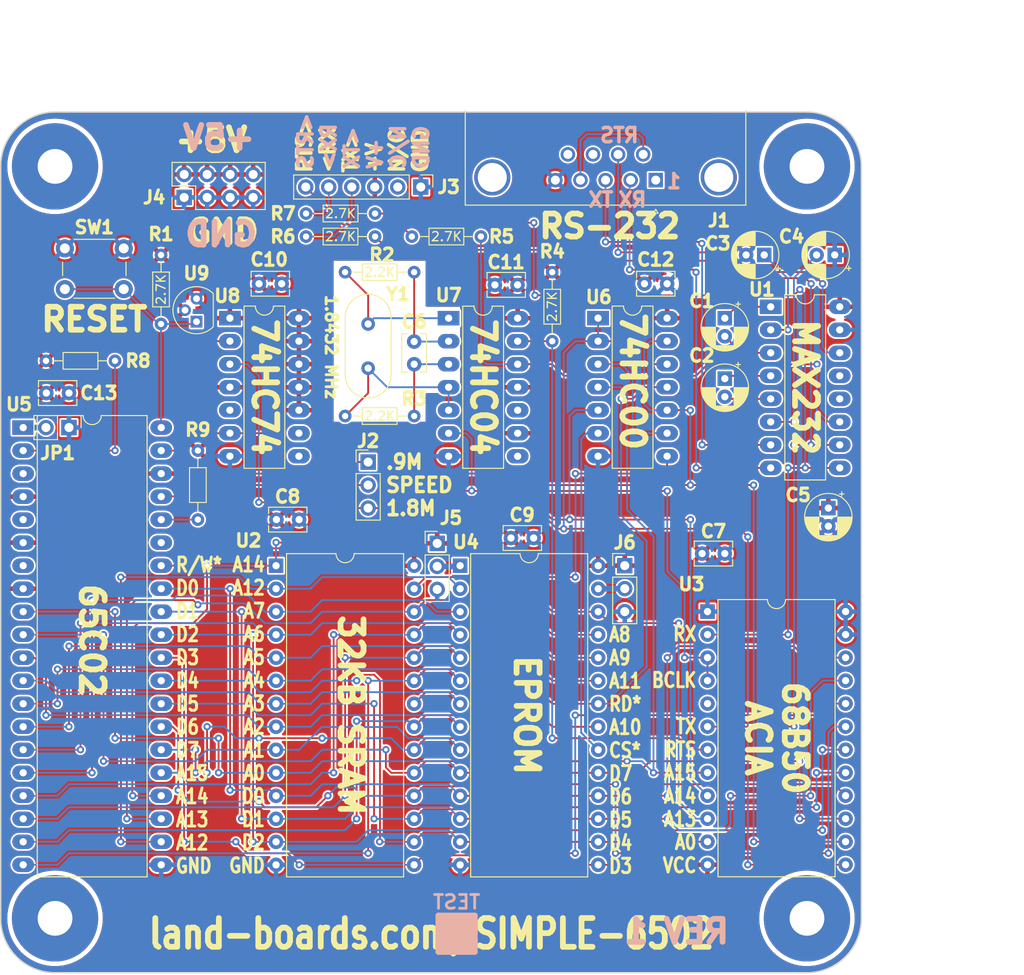
<source format=kicad_pcb>
(kicad_pcb (version 20221018) (generator pcbnew)
  (title_block (title "SIMPLE-6502") (date "2022-09-11") (rev "1") (company "land-boards.com"))
  (layers (0 "F.Cu" signal) (31 "B.Cu" signal) (34 "B.Paste" user) (35 "F.Paste" user) (36 "B.SilkS" user "B.Silkscreen") (37 "F.SilkS" user "F.Silkscreen") (38 "B.Mask" user) (39 "F.Mask" user) (44 "Edge.Cuts" user))
  (net 0 "")
  (net 1 "GND")
  (net 2 "/CPUA11")
  (net 3 "/CPUA12")
  (net 4 "/CPUA13")
  (net 5 "/CPUA14")
  (net 6 "/CPUA15")
  (net 7 "/CPUD4")
  (net 8 "/CPUD3")
  (net 9 "/CPUD5")
  (net 10 "/CPUD6")
  (net 11 "/CPUA0")
  (net 12 "/CPUA1")
  (net 13 "/CPUD2")
  (net 14 "/CPUA2")
  (net 15 "/CPUD7")
  (net 16 "/CPUA3")
  (net 17 "/CPUD0")
  (net 18 "/CPUA4")
  (net 19 "/CPUD1")
  (net 20 "/CPUA5")
  (net 21 "/CPUA6")
  (net 22 "/CPUA7")
  (net 23 "/CPUA8")
  (net 24 "/CPUA9")
  (net 25 "/CPUA10")
  (net 26 "/CPUCLK")
  (net 27 "VCC")
  (net 28 "/~{CPURESB}")
  (net 29 "Net-(U1-C1+)")
  (net 30 "Net-(U1-C1-)")
  (net 31 "Net-(U1-C2+)")
  (net 32 "Net-(U1-C2-)")
  (net 33 "Net-(U1-VS+)")
  (net 34 "Net-(C6-Pad1)")
  (net 35 "Net-(C6-Pad2)")
  (net 36 "/BAUD_CLK")
  (net 37 "Net-(R2-Pad1)")
  (net 38 "Net-(R3-Pad2)")
  (net 39 "/BUFF_FULL*")
  (net 40 "/UART_RX")
  (net 41 "/UART_TX")
  (net 42 "/RTS*")
  (net 43 "Net-(U1-VS-)")
  (net 45 "/READ*")
  (net 46 "/WRITE*")
  (net 47 "Net-(JP1-B)")
  (net 48 "/R1W0")
  (net 49 "/PH2_OUT")
  (net 50 "/TOP16K*")
  (net 51 "Net-(U5-RDY)")
  (net 52 "Net-(U5-BE)")
  (net 61 "Net-(J1-Pad4)")
  (net 64 "Net-(U6-Pad3)")
  (net 66 "/CLK_0.9216")
  (net 69 "/F-RX")
  (net 70 "/F-TX")
  (net 71 "/RS_RX")
  (net 72 "/RS_TX")
  (net 73 "/RS_RTS*")
  (net 74 "/EE_PIN1")
  (net 77 "/EE_PIN27")
  (net 78 "/F-RTS*")
  (footprint "Connector_Dsub:DSUB-9_Male_Horizontal_P2.77x2.84mm_EdgePinOffset4.94mm_Housed_MountingHolesOffset7.48mm" (layer "F.Cu") (at 161.2825 58.216041 180)
    (fp_text reference "J1")
    (fp_text value "DB9_Male")
  )
  (footprint "Package_DIP:DIP-16_W7.62mm_LongPads" (layer "F.Cu") (at 173.9725 72.201041)
    (fp_text reference "U1")
    (fp_text value "MAX232")
  )
  (footprint "LandBoards_Marking:TEST_BLK-REAR" (layer "F.Cu") (at 139.3 141.4)
    (fp_text reference "TEST")
    (fp_text value "COUPON" hide)
  )
  (footprint "Capacitor_THT:C_Rect_L4.0mm_W2.5mm_P2.50mm" (layer "F.Cu") (at 121.9175 95.686041 180)
    (fp_text reference "C8")
    (fp_text value "0.1uF")
  )
  (footprint "Resistor_THT:R_Axial_DIN0204_L3.6mm_D1.6mm_P7.62mm_Horizontal" (layer "F.Cu") (at 134.6175 84.256041 180)
    (fp_text reference "R3")
    (fp_text value "2.2K")
  )
  (footprint "Resistor_THT:R_Axial_DIN0204_L3.6mm_D1.6mm_P7.62mm_Horizontal" (layer "F.Cu") (at 106.6775 66.476041 -90)
    (fp_text reference "R1")
    (fp_text value "2.7K")
  )
  (footprint "Capacitor_THT:C_Rect_L4.0mm_W2.5mm_P2.50mm" (layer "F.Cu") (at 96.5175 81.716041 180)
    (fp_text reference "C13")
    (fp_text value "0.1uF")
  )
  (footprint "LandBoards_MountHoles:MTG-6-32" (layer "F.Cu") (at 94.976859 56.7)
    (fp_text reference "MTG1" hide)
    (fp_text value "MTG_HOLE" hide)
  )
  (footprint "Resistor_THT:R_Axial_DIN0204_L3.6mm_D1.6mm_P7.62mm_Horizontal" (layer "F.Cu") (at 110.7415 88.066041 -90)
    (fp_text reference "R9")
    (fp_text value "2.7K")
  )
  (footprint "Resistor_THT:R_Axial_DIN0204_L3.6mm_D1.6mm_P7.62mm_Horizontal" (layer "F.Cu") (at 149.8575 68.376041 -90)
    (fp_text reference "R4")
    (fp_text value "2.7K")
  )
  (footprint "Capacitor_THT:C_Rect_L4.0mm_W2.5mm_P2.50mm" (layer "F.Cu") (at 119.9925 69.651041 180)
    (fp_text reference "C10")
    (fp_text value "0.1uF")
  )
  (footprint "Package_TO_SOT_THT:TO-92" (layer "F.Cu") (at 110.5935 73.842041 90)
    (fp_text reference "U9")
    (fp_text value "DS1813-5")
  )
  (footprint "Resistor_THT:R_Axial_DIN0204_L3.6mm_D1.6mm_P7.62mm_Horizontal" (layer "F.Cu") (at 141.9835 64.444041 180)
    (fp_text reference "R5")
    (fp_text value "2.7K")
  )
  (footprint "Package_DIP:DIP-40_W15.24mm_LongPads" (layer "F.Cu") (at 91.4575 85.531041)
    (fp_text reference "U5")
    (fp_text value "65C02")
  )
  (footprint "Connector_PinHeader_2.54mm:PinHeader_2x04_P2.54mm_Vertical" (layer "F.Cu") (at 109.2275 60.131041 90)
    (fp_text reference "J4")
    (fp_text value "HEADER, STRT, 2X4")
  )
  (footprint "Capacitor_THT:C_Rect_L4.0mm_W2.5mm_P2.50mm" (layer "F.Cu") (at 147.8055 97.718041 180)
    (fp_text reference "C9")
    (fp_text value "0.1uF")
  )
  (footprint "Package_DIP:DIP-28_W15.24mm" (layer "F.Cu") (at 119.3725 100.776041)
    (fp_text reference "U2")
    (fp_text value "AS6C62256-55PCN")
  )
  (footprint "Capacitor_THT:CP_Radial_D5.0mm_P2.00mm" (layer "F.Cu") (at 168.9075 73.456041 -90)
    (fp_text reference "C1")
    (fp_text value "1uF")
  )
  (footprint "Capacitor_THT:C_Rect_L4.0mm_W2.5mm_P2.50mm" (layer "F.Cu") (at 134.6175 78.536041 90)
    (fp_text reference "C6")
    (fp_text value "270pF")
  )
  (footprint "Package_DIP:DIP-24_W15.24mm" (layer "F.Cu") (at 166.9975 105.841041)
    (fp_text reference "U3")
    (fp_text value "MC68B50")
  )
  (footprint "Capacitor_THT:CP_Radial_D5.0mm_P2.00mm" (layer "F.Cu") (at 168.9075 80.125929 -90)
    (fp_text reference "C2")
    (fp_text value "1uF")
  )
  (footprint "Capacitor_THT:C_Rect_L4.0mm_W2.5mm_P2.50mm" (layer "F.Cu") (at 162.5375 69.651041 180)
    (fp_text reference "C12")
    (fp_text value "0.1uF")
  )
  (footprint "LandBoards_MountHoles:MTG-6-32" (layer "F.Cu") (at 94.976859 139.7)
    (fp_text reference "MTG3" hide)
    (fp_text value "MTG_HOLE" hide)
  )
  (footprint "Connector_PinHeader_2.54mm:PinHeader_1x06_P2.54mm_Vertical" (layer "F.Cu") (at 135.3475 58.976041 -90)
    (fp_text reference "J3")
    (fp_text value "HEADER, STRT, 1X6")
  )
  (footprint "Connector_PinHeader_2.54mm:PinHeader_1x02_P2.54mm_Vertical" (layer "F.Cu") (at 96.5175 85.526041 -90)
    (fp_text reference "JP1")
    (fp_text value "JMP_NOT_W65C02")
  )
  (footprint "Package_DIP:DIP-28_W15.24mm" (layer "F.Cu") (at 139.6925 100.776041)
    (fp_text reference "U4")
    (fp_text value "27C512")
  )
  (footprint "Button_Switch_THT:SW_PUSH_6mm_H8.5mm" (layer "F.Cu") (at 96.0615 65.750041)
    (fp_text reference "SW1")
    (fp_text value "PUSHBUTTON, 6MM")
  )
  (footprint "Package_DIP:DIP-14_W7.62mm_LongPads" (layer "F.Cu") (at 154.9175 73.451041)
    (fp_text reference "U6")
    (fp_text value "74LS00")
  )
  (footprint "LandBoards_MountHoles:MTG-6-32" (layer "F.Cu") (at 177.976859 56.7)
    (fp_text reference "MTG4" hide)
    (fp_text value "MTG_HOLE" hide)
  )
  (footprint "Connector_PinHeader_2.54mm:PinHeader_1x03_P2.54mm_Vertical" (layer "F.Cu") (at 129.5375 89.336041)
    (fp_text reference "J2")
    (fp_text value "HEADER, STRT, 1X3")
  )
  (footprint "Capacitor_THT:C_Rect_L4.0mm_W2.5mm_P2.50mm" (layer "F.Cu") (at 143.5275 69.778041)
    (fp_text reference "C11")
    (fp_text value "0.1uF")
  )
  (footprint "Resistor_THT:R_Axial_DIN0204_L3.6mm_D1.6mm_P7.62mm_Horizontal" (layer "F.Cu") (at 130.2995 61.904041 180)
    (fp_text reference "R7")
    (fp_text value "2.7K")
  )
  (footprint "LandBoards_MountHoles:MTG-6-32" (layer "F.Cu") (at 177.976859 139.7)
    (fp_text reference "MTG2" hide)
    (fp_text value "MTG_HOLE" hide)
  )
  (footprint "Capacitor_THT:CP_Radial_D5.0mm_P2.00mm" (layer "F.Cu") (at 180.3375 94.416041 -90)
    (fp_text reference "C5")
    (fp_text value "47uF")
  )
  (footprint "Capacitor_THT:CP_Radial_D5.0mm_P2.00mm" (layer "F.Cu") (at 181.038613 66.476041 180)
    (fp_text reference "C4")
    (fp_text value "1uF")
  )
  (footprint "Resistor_THT:R_Axial_DIN0204_L3.6mm_D1.6mm_P7.62mm_Horizontal" (layer "F.Cu") (at 126.9925 68.376041)
    (fp_text reference "R2")
    (fp_text value "2.2K")
  )
  (footprint "Package_DIP:DIP-14_W7.62mm_LongPads" (layer "F.Cu") (at 138.4225 73.456041)
    (fp_text reference "U7")
    (fp_text value "74LS04")
  )
  (footprint "Connector_PinHeader_2.54mm:PinHeader_1x03_P2.54mm_Vertical" (layer "F.Cu") (at 137.16 98.313)
    (fp_text reference "J5")
    (fp_text value "JUMPER (1X3)")
  )
  (footprint "Resistor_THT:R_Axial_DIN0204_L3.6mm_D1.6mm_P7.62mm_Horizontal" (layer "F.Cu") (at 130.2995 64.444041 180)
    (fp_text reference "R6")
    (fp_text value "2.7K")
  )
  (footprint "Crystal:Crystal_HC49-4H_Vertical" (layer "F.Cu") (at 129.5375 74.096041 -90)
    (fp_text reference "Y1")
    (fp_text value "1.8432 MHz")
  )
  (footprint "Capacitor_THT:C_Rect_L4.0mm_W2.5mm_P2.50mm" (layer "F.Cu") (at 168.9025 99.436041 180)
    (fp_text reference "C7")
    (fp_text value "0.1uF")
  )
  (footprint "Connector_PinHeader_2.54mm:PinHeader_1x03_P2.54mm_Vertical" (layer "F.Cu") (at 157.861 100.766041)
    (fp_text reference "J6")
    (fp_text value "JUMPER (1X3)")
  )
  (footprint "Resistor_THT:R_Axial_DIN0204_L3.6mm_D1.6mm_P7.62mm_Horizontal" (layer "F.Cu") (at 93.9775 78.160041)
    (fp_text reference "R8")
    (fp_text value "2.7K")
  )
  (footprint "Package_DIP:DIP-14_W7.62mm_LongPads" (layer "F.Cu") (at 114.2775 73.451041)
    (fp_text reference "U8")
    (fp_text value "74LS74")
  )
  (footprint "Capacitor_THT:CP_Radial_D5.0mm_P2.00mm" (layer "F.Cu") (at 173.2575 66.476041 180)
    (fp_text reference "C3")
    (fp_text value "1uF")
  )
  (gr_arc (start 183.976859 139.7) (mid 182.2195 143.942641) (end 177.976859 145.7) (stroke (width 0.15)) (layer "Edge.Cuts"))
  (gr_line (start 177.976859 145.7) (end 94.976859 145.7) (stroke (width 0.15)) (layer "Edge.Cuts"))
  (gr_arc (start 88.976859 56.7) (mid 90.734218 52.457359) (end 94.976859 50.7) (stroke (width 0.15)) (layer "Edge.Cuts"))
  (gr_line (start 88.976859 139.7) (end 88.976859 56.7) (stroke (width 0.15)) (layer "Edge.Cuts"))
  (gr_arc (start 177.976859 50.7) (mid 182.2195 52.457359) (end 183.976859 56.7) (stroke (width 0.15)) (layer "Edge.Cuts"))
  (gr_line (start 183.976859 56.7) (end 183.976859 139.7) (stroke (width 0.15)) (layer "Edge.Cuts"))
  (gr_arc (start 94.976859 145.7) (mid 90.734218 143.942641) (end 88.976859 139.7) (stroke (width 0.15)) (layer "Edge.Cuts"))
  (gr_line (start 94.976859 50.7) (end 177.976859 50.7) (stroke (width 0.15)) (layer "Edge.Cuts"))
  (gr_text "RTS" (at 154.9375 53.268041) (layer "B.SilkS") (effects (font (size 1.5875 1.524) (thickness 0.381)) (justify right mirror)))
  (gr_text "+5V" (at 117.3455 53.522041) (layer "B.SilkS") (effects (font (size 2.54 2.54) (thickness 0.635)) (justify left mirror)))
  (gr_text "TX" (at 153.6675 60.380041) (layer "B.SilkS") (effects (font (size 1.5875 1.524) (thickness 0.381)) (justify right mirror)))
  (gr_text "<RTS\nRX>\n<TX\n+V\nN/C\nGND" (at 129.032 57.15 90) (layer "B.SilkS") (effects (font (size 1.5875 1.524) (thickness 0.381)) (justify right mirror)))
  (gr_text "REV 1" (at 157.4775 141.152041) (layer "B.SilkS") (effects (font (size 2.54 2.54) (thickness 0.635)) (justify right mirror)))
  (gr_text "RX" (at 156.9695 60.380041) (layer "B.SilkS") (effects (font (size 1.5875 1.524) (thickness 0.381)) (justify right mirror)))
  (gr_text "GND" (at 117.5995 64.190041) (layer "B.SilkS") (effects (font (size 2.54 2.54) (thickness 0.635)) (justify left mirror)))
  (gr_text "1" (at 162.3035 58.348041) (layer "B.SilkS") (effects (font (size 1.5875 1.524) (thickness 0.381)) (justify right mirror)))
  (gr_text "RX\n\nBCLK\n\nTX\nRTS\nA15\nA14\nA13\nA0\nVCC" (at 165.9382 121.0818) (layer "F.SilkS") (effects (font (size 1.5875 1.27) (thickness 0.3175)) (justify right)))
  (gr_text "74HC04" (at 142.2375 81.081041 270) (layer "F.SilkS") (effects (font (size 2.54 2.54) (thickness 0.635))))
  (gr_text "land-boards.com/SIMPLE-6502" (at 136.5225 141.406041) (layer "F.SilkS") (effects (font (size 3.175 2.54) (thickness 0.635))))
  (gr_text "74HC74" (at 118.1075 81.081041 270) (layer "F.SilkS") (effects (font (size 2.54 2.54) (thickness 0.635))))
  (gr_text "32KB SRAM" (at 127.6325 117.276041 270) (layer "F.SilkS") (effects (font (size 2.54 2.54) (thickness 0.635))))
  (gr_text ".9M\nSPEED\n1.8M\n" (at 131.3155 91.876041) (layer "F.SilkS") (effects (font (size 1.5875 1.524) (thickness 0.381)) (justify left)))
  (gr_text "1.8432 MHz" (at 125.4735 76.636041 270) (layer "F.SilkS") (effects (font (size 1.27 1.27) (thickness 0.3175))))
  (gr_text "A8\nA9\nA11\nRD*\nA10\nCS*\nD7\nD6\nD5\nD4\nD3" (at 155.956 121.158) (layer "F.SilkS") (effects (font (size 1.5875 1.27) (thickness 0.3175)) (justify left)))
  (gr_text "RS-232" (at 156.2075 63.301041) (layer "F.SilkS") (effects (font (size 2.54 2.54) (thickness 0.635))))
  (gr_text "R/W*\nD0\nD1\nD2\nD3\nD4\nD5\nD6\nD7\nA15\nA14\nA13\nA12\nGND" (at 108.1532 117.2972) (layer "F.SilkS") (effects (font (size 1.5875 1.27) (thickness 0.3175)) (justify left)))
  (gr_text "GND" (at 109.2175 63.936041) (layer "F.SilkS") (effects (font (size 2.54 2.54) (thickness 0.635)) (justify left)))
  (gr_text "EPROM" (at 147.0635 117.276041 270) (layer "F.SilkS") (effects (font (size 2.54 2.54) (thickness 0.635))))
  (gr_text "MAX232" (at 177.7975 81.081041 270) (layer "F.SilkS") (effects (font (size 2.54 2.54) (thickness 0.635))))
  (gr_text "+5V" (at 107.9475 53.776041) (layer "F.SilkS") (effects (font (size 2.54 2.54) (thickness 0.635)) (justify left)))
  (gr_text "68B50\nACIA" (at 174.6225 119.816041 270) (layer "F.SilkS") (effects (font (size 2.54 2.54) (thickness 0.635))))
  (gr_text "A14\nA12\nA7\nA6\nA5\nA4\nA3\nA2\nA1\nA0\nD0\nD1\nD2\nGND" (at 118.3132 117.2718) (layer "F.SilkS") (effects (font (size 1.5875 1.27) (thickness 0.3175)) (justify right)))
  (gr_text "65C02" (at 99.0575 109.021041 270) (layer "F.SilkS") (effects (font (size 2.54 2.54) (thickness 0.635))))
  (gr_text "RTS>\n<RX\nTX>\n+V\nN/C\nGND" (at 128.9025 57.586041 90) (layer "F.SilkS") (effects (font (size 1.5875 1.524) (thickness 0.381)) (justify left)))
  (gr_text "74HC00" (at 158.7475 80.446041 270) (layer "F.SilkS") (effects (font (size 2.54 2.54) (thickness 0.635))))
  (gr_text "RESET" (at 99.3115 73.588041) (layer "F.SilkS") (effects (font (size 2.54 2.54) (thickness 0.635))))
  (segment (start 134.6125 113.476041) (end 135.8925 112.196041) (width 0.2032) (layer "F.Cu") (net 2))
  (segment (start 154.9325 113.476041) (end 149.8675 113.476041) (width 0.2032) (layer "F.Cu") (net 2))
  (segment (start 129.5375 132.516041) (end 129.5375 113.466041) (width 0.2032) (layer "F.Cu") (net 2))
  (segment (start 135.8925 112.196041) (end 148.5875 112.196041) (width 0.2032) (layer "F.Cu") (net 2))
  (segment (start 149.8675 113.476041) (end 148.5875 112.196041) (width 0.2032) (layer "F.Cu") (net 2))
  (via (at 129.5375 132.516041) (size 0.8) (drill 0.4) (layers "F.Cu" "B.Cu") (net 2))
  (via (at 129.5375 113.466041) (size 0.8) (drill 0.4) (layers "F.Cu" "B.Cu") (net 2))
  (segment (start 95.2425 133.791041) (end 96.5175 132.516041) (width 0.2032) (layer "B.Cu") (net 2))
  (segment (start 96.5175 132.516041) (end 129.5375 132.516041) (width 0.2032) (layer "B.Cu") (net 2))
  (segment (start 129.5375 113.466041) (end 129.5475 113.476041) (width 0.2032) (layer "B.Cu") (net 2))
  (segment (start 91.4575 133.791041) (end 95.2425 133.791041) (width 0.2032) (layer "B.Cu") (net 2))
  (segment (start 129.5475 113.476041) (end 134.6125 113.476041) (width 0.2032) (layer "B.Cu") (net 2))
  (segment (start 102.2325 131.246041) (end 102.251011 131.22753) (width 0.2032) (layer "F.Cu") (net 3))
  (segment (start 102.251011 102.054552) (end 102.2325 102.036041) (width 0.2032) (layer "F.Cu") (net 3))
  (segment (start 102.251011 131.22753) (end 102.251011 102.054552) (width 0.2032) (layer "F.Cu") (net 3))
  (via (at 102.2325 131.246041) (size 0.8) (drill 0.4) (layers "F.Cu" "B.Cu") (net 3))
  (via (at 102.2325 102.036041) (size 0.8) (drill 0.4) (layers "F.Cu" "B.Cu") (net 3))
  (segment (start 102.2375 131.251041) (end 102.2325 131.246041) (width 0.2032) (layer "B.Cu") (net 3))
  (segment (start 123.1775 103.316041) (end 124.4575 102.036041) (width 0.2032) (layer "B.Cu") (net 3))
  (segment (start 116.5935 103.316041) (end 115.3135 102.036041) (width 0.2032) (layer "B.Cu") (net 3))
  (segment (start 119.3725 103.316041) (end 116.5935 103.316041) (width 0.2032) (layer "B.Cu") (net 3))
  (segment (start 106.6975 131.251041) (end 102.2375 131.251041) (width 0.2032) (layer "B.Cu") (net 3))
  (segment (start 102.2325 102.036041) (end 115.3135 102.036041) (width 0.2032) (layer "B.Cu") (net 3))
  (segment (start 124.4575 102.036041) (end 138.4125 102.036041) (width 0.2032) (layer "B.Cu") (net 3))
  (segment (start 119.3725 103.316041) (end 123.1775 103.316041) (width 0.2032) (layer "B.Cu") (net 3))
  (segment (start 138.4125 102.036041) (end 139.6925 103.316041) (width 0.2032) (layer "B.Cu") (net 3))
  (segment (start 135.8925 104.576041) (end 148.5875 104.576041) (width 0.2032) (layer "F.Cu") (net 4))
  (segment (start 103.8835 104.576041) (end 110.2335 104.576041) (width 0.2032) (layer "F.Cu") (net 4))
  (segment (start 149.8675 105.856041) (end 154.9325 105.856041) (width 0.2032) (layer "F.Cu") (net 4))
  (segment (start 110.2335 104.576041) (end 110.7415 105.084041) (width 0.2032) (layer "F.Cu") (net 4))
  (segment (start 102.904511 128.706041) (end 102.904511 105.55503) (width 0.2032) (layer "F.Cu") (net 4))
  (segment (start 156.1925 107.116041) (end 163.809 107.116041) (width 0.2032) (layer "F.Cu") (net 4))
  (segment (start 154.9325 105.856041) (end 156.1925 107.116041) (width 0.2032) (layer "F.Cu") (net 4))
  (segment (start 102.904511 105.55503) (end 103.8835 104.576041) (width 0.2032) (layer "F.Cu") (net 4))
  (segment (start 134.6125 105.856041) (end 135.8925 104.576041) (width 0.2032) (layer "F.Cu") (net 4))
  (segment (start 148.5875 104.576041) (end 149.8675 105.856041) (width 0.2032) (layer "F.Cu") (net 4))
  (via (at 163.809 107.116041) (size 0.8) (drill 0.4) (layers "F.Cu" "B.Cu") (net 4))
  (via (at 102.904511 128.706041) (size 0.8) (drill 0.4) (layers "F.Cu" "B.Cu") (net 4))
  (via (at 110.7415 105.084041) (size 0.8) (drill 0.4) (layers "F.Cu" "B.Cu") (net 4))
  (segment (start 134.6125 105.856041) (end 124.4475 105.856041) (width 0.2032) (layer "B.Cu") (net 4))
  (segment (start 124.4475 105.856041) (end 123.1875 107.116041) (width 0.2032) (layer "B.Cu") (net 4))
  (segment (start 123.1875 107.116041) (end 118.1075 107.116041) (width 0.2032) (layer "B.Cu") (net 4))
  (segment (start 166.9975 128.701041) (end 165.7275 128.701041) (width 0.2032) (layer "B.Cu") (net 4))
  (segment (start 115.92262 104.931161) (end 110.76738 104.931161) (width 0.2032) (layer "B.Cu") (net 4))
  (segment (start 102.909511 128.711041) (end 102.904511 128.706041) (width 0.2032) (layer "B.Cu") (net 4))
  (segment (start 118.1075 107.116041) (end 115.92262 104.931161) (width 0.2032) (layer "B.Cu") (net 4))
  (segment (start 106.6975 128.711041) (end 102.909511 128.711041) (width 0.2032) (layer "B.Cu") (net 4))
  (segment (start 163.808989 107.09753) (end 163.808989 126.78253) (width 0.2032) (layer "B.Cu") (net 4))
  (segment (start 165.7275 128.701041) (end 163.808989 126.78253) (width 0.2032) (layer "B.Cu") (net 4))
  (segment (start 147.298989 93.164552) (end 135.614989 93.164552) (width 0.2032) (layer "F.Cu") (net 5))
  (segment (start 111.7575 105.592041) (end 111.7575 100.766041) (width 0.2032) (layer "F.Cu") (net 5))
  (segment (start 135.614989 93.164552) (end 130.5535 98.226041) (width 0.2032) (layer "F.Cu") (net 5))
  (segment (start 149.8575 95.686041) (end 147.3175 93.146041) (width 0.2032) (layer "F.Cu") (net 5))
  (segment (start 165.116 95.686041) (end 151.781 95.686041) (width 0.2032) (layer "F.Cu") (net 5))
  (segment (start 119.396 98.226041) (end 119.3775 98.207541) (width 0.2032) (layer "F.Cu") (net 5))
  (segment (start 110.2335 107.116041) (end 111.7575 105.592041) (width 0.2032) (layer "F.Cu") (net 5))
  (segment (start 147.3175 93.146041) (end 147.298989 93.164552) (width 0.2032) (layer "F.Cu") (net 5))
  (segment (start 130.5535 98.226041) (end 119.396 98.226041) (width 0.2032) (layer "F.Cu") (net 5))
  (segment (start 103.5025 107.751041) (end 104.1375 107.116041) (width 0.2032) (layer "F.Cu") (net 5))
  (segment (start 104.1375 107.116041) (end 110.2335 107.116041) (width 0.2032) (layer "F.Cu") (net 5))
  (segment (start 151.781 95.686041) (end 149.8575 95.686041) (width 0.2032) (layer "F.Cu") (net 5))
  (segment (start 103.558011 126.166041) (end 103.5025 126.11053) (width 0.2032) (layer "F.Cu") (net 5))
  (segment (start 103.5025 126.11053) (end 103.5025 107.751041) (width 0.2032) (layer "F.Cu") (net 5))
  (via (at 151.781 95.686041) (size 0.8) (drill 0.4) (layers "F.Cu" "B.Cu") (net 5))
  (via (at 103.558011 126.166041) (size 0.8) (drill 0.4) (layers "F.Cu" "B.Cu") (net 5))
  (via (at 119.3775 98.207541) (size 0.8) (drill 0.4) (layers "F.Cu" "B.Cu") (net 5))
  (via (at 165.116 95.686041) (size 0.8) (drill 0.4) (layers "F.Cu" "B.Cu") (net 5))
  (via (at 111.7575 100.766041) (size 0.8) (drill 0.4) (layers "F.Cu" "B.Cu") (net 5))
  (segment (start 119.3725 100.776041) (end 119.3725 98.231041) (width 0.2032) (layer "B.Cu") (net 5))
  (segment (start 111.7675 100.776041) (end 119.3725 100.776041) (width 0.2032) (layer "B.Cu") (net 5))
  (segment (start 151.781 95.686041) (end 151.7625 95.667541) (width 0.2032) (layer "B.Cu") (net 5))
  (segment (start 119.3775 98.226041) (end 119.3775 98.207541) (width 0.2032) (layer "B.Cu") (net 5))
  (segment (start 165.116 95.686041) (end 165.116 95.704541) (width 0.2032) (layer "B.Cu") (net 5))
  (segment (start 165.116011 124.279552) (end 166.9975 126.161041) (width 0.2032) (layer "B.Cu") (net 5))
  (segment (start 119.3725 98.231041) (end 119.3775 98.226041) (width 0.2032) (layer "B.Cu") (net 5))
  (segment (start 111.7575 100.766041) (end 111.7675 100.776041) (width 0.2032) (layer "B.Cu") (net 5))
  (segment (start 103.558011 126.166041) (end 103.563011 126.171041) (width 0.2032) (layer "B.Cu") (net 5))
  (segment (start 103.563011 126.171041) (end 106.6975 126.171041) (width 0.2032) (layer "B.Cu") (net 5))
  (segment (start 151.7625 95.667541) (end 151.7625 84.256041) (width 0.2032) (layer "B.Cu") (net 5))
  (segment (start 151.7625 84.256041) (end 152.4075 83.611041) (width 0.2032) (layer "B.Cu") (net 5))
  (segment (start 165.116 95.704541) (end 165.116011 95.704552) (width 0.2032) (layer "B.Cu") (net 5))
  (segment (start 165.116011 95.704552) (end 165.116011 124.279552) (width 0.2032) (layer "B.Cu") (net 5))
  (segment (start 152.4075 83.611041) (end 154.9175 83.611041) (width 0.2032) (layer "B.Cu") (net 5))
  (segment (start 111.7575 118.546041) (end 111.7575 123.626041) (width 0.2032) (layer "F.Cu") (net 6))
  (segment (start 117.4725 119.816041) (end 124.4575 119.816041) (width 0.2032) (layer "F.Cu") (net 6))
  (segment (start 147.3175 119.816041) (end 135.8925 119.816041) (width 0.2032) (layer "F.Cu") (net 6))
  (segment (start 135.8925 119.816041) (end 134.6125 121.096041) (width 0.2032) (layer "F.Cu") (net 6))
  (segment (start 158.1125 122.356041) (end 149.8575 122.356041) (width 0.2032) (layer "F.Cu") (net 6))
  (segment (start 149.8575 122.356041) (end 147.3175 119.816041) (width 0.2032) (layer "F.Cu") (net 6))
  (segment (start 161.0385 123.621041) (end 161.0335 123.626041) (width 0.2032) (layer "F.Cu") (net 6))
  (segment (start 166.9975 123.621041) (end 161.0385 123.621041) (width 0.2032) (layer "F.Cu") (net 6))
  (via (at 161.0335 123.626041) (size 0.8) (drill 0.4) (layers "F.Cu" "B.Cu") (net 6))
  (via (at 158.1125 122.356041) (size 0.8) (drill 0.4) (layers "F.Cu" "B.Cu") (net 6))
  (via (at 111.7575 118.546041) (size 0.8) (drill 0.4) (layers "F.Cu" "B.Cu") (net 6))
  (via (at 111.7575 123.626041) (size 0.8) (drill 0.4) (layers "F.Cu" "B.Cu") (net 6))
  (via (at 117.491 119.816041) (size 0.8) (drill 0.4) (layers "F.Cu" "B.Cu") (net 6))
  (via (at 124.4575 119.816041) (size 0.8) (drill 0.4) (layers "F.Cu" "B.Cu") (net 6))
  (segment (start 161.036 97.536) (end 161.036 123.623541) (width 0.2032) (layer "B.Cu") (net 6))
  (segment (start 133.3575 121.096041) (end 132.0775 119.816041) (width 0.2032) (layer "B.Cu") (net 6))
  (segment (start 109.49738 124.540921) (end 111.47762 124.540921) (width 0.2032) (layer "B.Cu") (net 6))
  (segment (start 161.036 123.623541) (end 161.0335 123.626041) (width 0.2032) (layer "B.Cu") (net 6))
  (segment (start 113.6625 118.546041) (end 111.7575 118.546041) (width 0.2032) (layer "B.Cu") (net 6))
  (segment (start 158.1125 81.716041) (end 158.1125 94.6125) (width 0.2032) (layer "B.Cu") (net 6))
  (segment (start 111.7575 124.261041) (end 111.7575 123.626041) (width 0.2032) (layer "B.Cu") (net 6))
  (segment (start 114.9325 119.816041) (end 113.6625 118.546041) (width 0.2032) (layer "B.Cu") (net 6))
  (segment (start 158.1125 81.716041) (end 157.4675 81.071041) (width 0.2032) (layer "B.Cu") (net 6))
  (segment (start 111.47762 124.540921) (end 111.7575 124.261041) (width 0.2032) (layer "B.Cu") (net 6))
  (segment (start 117.491 119.816041) (end 114.9325 119.816041) (width 0.2032) (layer "B.Cu") (net 6))
  (segment (start 157.4675 81.071041) (end 154.9175 81.071041) (width 0.2032) (layer "B.Cu") (net 6))
  (segment (start 158.1125 94.6125) (end 161.036 97.536) (width 0.2032) (layer "B.Cu") (net 6))
  (segment (start 159.7635 122.356041) (end 158.1125 122.356041) (width 0.2032) (layer "B.Cu") (net 6))
  (segment (start 108.5875 123.631041) (end 109.49738 124.540921) (width 0.2032) (layer "B.Cu") (net 6))
  (segment (start 161.0335 123.626041) (end 159.7635 122.356041) (width 0.2032) (layer "B.Cu") (net 6))
  (segment (start 134.6125 121.096041) (end 133.3575 121.096041) (width 0.2032) (layer "B.Cu") (net 6))
  (segment (start 132.0775 119.816041) (end 124.4575 119.816041) (width 0.2032) (layer "B.Cu") (net 6))
  (segment (start 106.6975 123.631041) (end 108.5875 123.631041) (width 0.2032) (layer "B.Cu") (net 6))
  (segment (start 149.8675 131.256041) (end 148.813989 130.20253) (width 0.2032) (layer "F.Cu") (net 7))
  (segment (start 130.8075 131.246041) (end 130.844511 131.20903) (width 0.2032) (layer "F.Cu") (net 7))
  (segment (start 148.813989 130.20253) (end 135.666011 130.20253) (width 0.2032) (layer "F.Cu") (net 7))
  (segment (start 157.4675 131.256041) (end 154.9325 131.256041) (width 0.2032) (layer "F.Cu") (net 7))
  (segment (start 179.684 121.086041) (end 179.689 121.081041) (width 0.2032) (layer "F.Cu") (net 7))
  (segment (start 128.921011 112.81253) (end 128.2675 113.466041) (width 0.2032) (layer "F.Cu") (net 7))
  (segment (start 130.191011 112.81253) (end 128.921011 112.81253) (width 0.2032) (layer "F.Cu") (net 7))
  (segment (start 154.9325 131.256041) (end 149.8675 131.256041) (width 0.2032) (layer "F.Cu") (net 7))
  (segment (start 158.7475 129.976041) (end 157.4675 131.256041) (width 0.2032) (layer "F.Cu") (net 7))
  (segment (start 130.844511 113.46603) (end 130.191011 112.81253) (width 0.2032) (layer "F.Cu") (net 7))
  (segment (start 135.666011 130.20253) (end 134.6125 131.256041) (width 0.2032) (layer "F.Cu") (net 7))
  (segment (start 130.844511 131.20903) (end 130.844511 113.46603) (width 0.2032) (layer "F.Cu") (net 7))
  (segment (start 179.689 121.081041) (end 182.2375 121.081041) (width 0.2032) (layer "F.Cu") (net 7))
  (segment (start 179.684 129.976041) (end 158.7475 129.976041) (width 0.2032) (layer "F.Cu") (net 7))
  (via (at 179.684 121.086041) (size 0.8) (drill 0.4) (layers "F.Cu" "B.Cu") (net 7))
  (via (at 179.684 129.976041) (size 0.8) (drill 0.4) (layers "F.Cu" "B.Cu") (net 7))
  (via (at 128.2675 113.466041) (size 0.8) (drill 0.4) (layers "F.Cu" "B.Cu") (net 7))
  (via (at 130.8075 131.246041) (size 0.8) (drill 0.4) (layers "F.Cu" "B.Cu") (net 7))
  (segment (start 117.5995 114.736041) (end 116.3345 113.471041) (width 0.2032) (layer "B.Cu") (net 7))
  (segment (start 128.2675 113.466041) (end 124.4575 113.466041) (width 0.2032) (layer "B.Cu") (net 7))
  (segment (start 116.3345 113.471041) (end 106.6975 113.471041) (width 0.2032) (layer "B.Cu") (net 7))
  (segment (start 123.1875 114.736041) (end 117.5995 114.736041) (width 0.2032) (layer "B.Cu") (net 7))
  (segment (start 134.6125 131.256041) (end 130.8175 131.256041) (width 0.2032) (layer "B.Cu") (net 7))
  (segment (start 124.4575 113.466041) (end 123.1875 114.736041) (width 0.2032) (layer "B.Cu") (net 7))
  (segment (start 179.684 129.976041) (end 179.684 121.086041) (width 0.2032) (layer "B.Cu") (net 7))
  (segment (start 130.8175 131.256041) (end 130.8075 131.246041) (width 0.2032) (layer "B.Cu") (net 7))
  (segment (start 109.2175 111.561041) (end 108.5875 110.931041) (width 0.2032) (layer "F.Cu") (net 8))
  (segment (start 109.2175 131.246041) (end 109.2175 111.561041) (width 0.2032) (layer "F.Cu") (net 8))
  (segment (start 149.8675 133.796041) (end 148.813989 132.74253) (width 0.2032) (layer "F.Cu") (net 8))
  (segment (start 120.6475 132.516041) (end 116.2025 132.516041) (width 0.2032) (layer "F.Cu") (net 8))
  (segment (start 157.4675 133.796041) (end 158.7475 132.516041) (width 0.2032) (layer "F.Cu") (net 8))
  (segment (start 154.9325 133.796041) (end 157.4675 133.796041) (width 0.2032) (layer "F.Cu") (net 8))
  (segment (start 116.2025 132.516041) (end 114.9325 131.246041) (width 0.2032) (layer "F.Cu") (net 8))
  (segment (start 180.3375 132.516041) (end 158.7475 132.516041) (width 0.2032) (layer "F.Cu") (net 8))
  (segment (start 121.9275 133.796041) (end 120.6475 132.516041) (width 0.2032) (layer "F.Cu") (net 8))
  (segment (start 148.813989 132.74253) (end 135.666011 132.74253) (width 0.2032) (layer "F.Cu") (net 8))
  (segment (start 108.5875 110.931041) (end 106.6975 110.931041) (width 0.2032) (layer "F.Cu") (net 8))
  (segment (start 154.9325 133.796041) (end 149.8675 133.796041) (width 0.2032) (layer "F.Cu") (net 8))
  (segment (start 135.666011 132.74253) (end 134.6125 133.796041) (width 0.2032) (layer "F.Cu") (net 8))
  (via (at 109.2175 131.246041) (size 0.8) (drill 0.4) (layers "F.Cu" "B.Cu") (net 8))
  (via (at 114.9325 131.246041) (size 0.8) (drill 0.4) (layers "F.Cu" "B.Cu") (net 8))
  (via (at 121.9275 133.796041) (size 0.8) (drill 0.4) (layers "F.Cu" "B.Cu") (net 8))
  (via (at 180.3375 132.516041) (size 0.8) (drill 0.4) (layers "F.Cu" "B.Cu") (net 8))
  (segment (start 134.6125 133.796041) (end 121.9275 133.796041) (width 0.2032) (layer "B.Cu") (net 8))
  (segment (start 180.3375 132.516041) (end 180.3375 119.181041) (width 0.2032) (layer "B.Cu") (net 8))
  (segment (start 180.3375 119.181041) (end 180.9775 118.541041) (width 0.2032) (layer "B.Cu") (net 8))
  (segment (start 114.9325 131.246041) (end 109.2175 131.246041) (width 0.2032) (layer "B.Cu") (net 8))
  (segment (start 180.9775 118.541041) (end 182.2375 118.541041) (width 0.2032) (layer "B.Cu") (net 8))
  (segment (start 179.0305 123.626041) (end 179.0355 123.621041) (width 0.2032) (layer "F.Cu") (net 9))
  (segment (start 130.191 116.006041) (end 130.191 128.706041) (width 0.2032) (layer "F.Cu") (net 9))
  (segment (start 179.0305 127.436041) (end 158.7475 127.436041) (width 0.2032) (layer "F.Cu") (net 9))
  (segment (start 157.4675 128.716041) (end 154.9325 128.716041) (width 0.2032) (layer "F.Cu") (net 9))
  (segment (start 154.9325 128.716041) (end 149.8675 128.716041) (width 0.2032) (layer "F.Cu") (net 9))
  (segment (start 179.0355 123.621041) (end 182.2375 123.621041) (width 0.2032) (layer "F.Cu") (net 9))
  (segment (start 148.813989 127.66253) (end 135.666011 127.66253) (width 0.2032) (layer "F.Cu") (net 9))
  (segment (start 135.666011 127.66253) (end 134.6125 128.716041) (width 0.2032) (layer "F.Cu") (net 9))
  (segment (start 149.8675 128.716041) (end 148.813989 127.66253) (width 0.2032) (layer "F.Cu") (net 9))
  (segment (start 158.7475 127.436041) (end 157.4675 128.716041) (width 0.2032) (layer "F.Cu") (net 9))
  (via (at 179.0305 123.626041) (size 0.8) (drill 0.4) (layers "F.Cu" "B.Cu") (net 9))
  (via (at 179.0305 127.436041) (size 0.8) (drill 0.4) (layers "F.Cu" "B.Cu") (net 9))
  (via (at 130.191 128.706041) (size 0.8) (drill 0.4) (layers "F.Cu" "B.Cu") (net 9))
  (via (at 130.191 116.006041) (size 0.8) (drill 0.4) (layers "F.Cu" "B.Cu") (net 9))
  (segment (start 130.201 128.716041) (end 134.6125 128.716041) (width 0.2032) (layer "B.Cu") (net 9))
  (segment (start 116.2075 116.011041) (end 117.4725 117.276041) (width 0.2032) (layer "B.Cu") (net 9))
  (segment (start 124.4575 116.006041) (end 130.191 116.006041) (width 0.2032) (layer "B.Cu") (net 9))
  (segment (start 179.0305 127.436041) (end 179.0305 123.626041) (width 0.2032) (layer "B.Cu") (net 9))
  (segment (start 123.1875 117.276041) (end 124.4575 116.006041) (width 0.2032) (layer "B.Cu") (net 9))
  (segment (start 106.6975 116.011041) (end 116.2075 116.011041) (width 0.2032) (layer "B.Cu") (net 9))
  (segment (start 130.191 128.706041) (end 130.201 128.716041) (width 0.2032) (layer "B.Cu") (net 9))
  (segment (start 117.4725 117.276041) (end 123.1875 117.276041) (width 0.2032) (layer "B.Cu") (net 9))
  (segment (start 182.2375 126.161041) (end 180.9725 124.896041) (width 0.2032) (layer "F.Cu") (net 10))
  (segment (start 148.813989 125.12253) (end 135.666011 125.12253) (width 0.2032) (layer "F.Cu") (net 10))
  (segment (start 117.491 126.819541) (end 117.491 126.782541) (width 0.2032) (layer "F.Cu") (net 10))
  (segment (start 154.9325 126.176041) (end 149.8675 126.176041) (width 0.2032) (layer "F.Cu") (net 10))
  (segment (start 149.8675 126.176041) (end 148.813989 125.12253) (width 0.2032) (layer "F.Cu") (net 10))
  (segment (start 135.666011 125.12253) (end 134.6125 126.176041) (width 0.2032) (layer "F.Cu") (net 10))
  (segment (start 123.8225 127.436041) (end 118.1075 127.436041) (width 0.2032) (layer "F.Cu") (net 10))
  (segment (start 158.7675 124.896041) (end 157.4875 126.176041) (width 0.2032) (layer "F.Cu") (net 10))
  (segment (start 157.4875 126.176041) (end 154.9325 126.176041) (width 0.2032) (layer "F.Cu") (net 10))
  (segment (start 108.564 125.549541) (end 108.564 119.162541) (width 0.2032) (layer "F.Cu") (net 10))
  (segment (start 107.9525 118.551041) (end 106.6975 118.551041) (width 0.2032) (layer "F.Cu") (net 10))
  (segment (start 125.0925 126.166041) (end 123.8225 127.436041) (width 0.2032) (layer "F.Cu") (net 10))
  (segment (start 108.564 119.162541) (end 107.9525 118.551041) (width 0.2032) (layer "F.Cu") (net 10))
  (segment (start 118.1075 127.436041) (end 117.491 126.819541) (width 0.2032) (layer "F.Cu") (net 10))
  (segment (start 180.9725 124.896041) (end 158.7675 124.896041) (width 0.2032) (layer "F.Cu") (net 10))
  (via (at 125.0925 126.166041) (size 0.8) (drill 0.4) (layers "F.Cu" "B.Cu") (net 10))
  (via (at 117.491 126.782541) (size 0.8) (drill 0.4) (layers "F.Cu" "B.Cu") (net 10))
  (via (at 108.564 125.549541) (size 0.8) (drill 0.4) (layers "F.Cu" "B.Cu") (net 10))
  (segment (start 126.00738 125.251161) (end 125.0925 126.166041) (width 0.2032) (layer "B.Cu") (net 10))
  (segment (start 115.511989 126.819552) (end 109.834011 126.819552) (width 0.2032) (layer "B.Cu") (net 10))
  (segment (start 109.834011 126.819552) (end 108.564 125.549541) (width 0.2032) (layer "B.Cu") (net 10))
  (segment (start 115.549 126.782541) (end 115.511989 126.819552) (width 0.2032) (layer "B.Cu") (net 10))
  (segment (start 128.9125 126.176041) (end 134.6125 126.176041) (width 0.2032) (layer "B.Cu") (net 10))
  (segment (start 127.98762 125.251161) (end 126.00738 125.251161) (width 0.2032) (layer "B.Cu") (net 10))
  (segment (start 128.9125 126.176041) (end 127.98762 125.251161) (width 0.2032) (layer "B.Cu") (net 10))
  (segment (start 117.491 126.782541) (end 115.549 126.782541) (width 0.2032) (layer "B.Cu") (net 10))
  (segment (start 158.7525 131.241041) (end 157.4775 132.516041) (width 0.2032) (layer "F.Cu") (net 11))
  (segment (start 113.0275 119.816041) (end 113.0275 123.626041) (width 0.2032) (layer "F.Cu") (net 11))
  (segment (start 101.5975 105.846041) (end 101.5975 119.816041) (width 0.2032) (layer "F.Cu") (net 11))
  (segment (start 148.5975 123.636041) (end 149.8575 124.896041) (width 0.2032) (layer "F.Cu") (net 11))
  (segment (start 166.9975 131.241041) (end 158.7525 131.241041) (width 0.2032) (layer "F.Cu") (net 11))
  (segment (start 139.6925 123.636041) (end 148.5775 123.636041) (width 0.2032) (layer "F.Cu") (net 11))
  (segment (start 157.4775 132.516041) (end 156.8425 132.516041) (width 0.2032) (layer "F.Cu") (net 11))
  (segment (start 148.5775 123.636041) (end 148.5975 123.636041) (width 0.2032) (layer "F.Cu") (net 11))
  (segment (start 149.8575 124.896041) (end 156.8425 124.896041) (width 0.2032) (layer "F.Cu") (net 11))
  (via (at 156.8425 132.516041) (size 0.8) (drill 0.4) (layers "F.Cu" "B.Cu") (net 11))
  (via (at 113.0275 119.816041) (size 0.8) (drill 0.4) (layers "F.Cu" "B.Cu") (net 11))
  (via (at 156.8425 124.896041) (size 0.8) (drill 0.4) (layers "F.Cu" "B.Cu") (net 11))
  (via (at 101.5975 119.816041) (size 0.8) (drill 0.4) (layers "F.Cu" "B.Cu") (net 11))
  (via (at 101.5975 105.846041) (size 0.8) (drill 0.4) (layers "F.Cu" "B.Cu") (net 11))
  (via (at 113.0275 123.626041) (size 0.8) (drill 0.4) (layers "F.Cu" "B.Cu") (net 11))
  (segment (start 138.4125 122.356041) (end 139.6925 123.636041) (width 0.2032) (layer "B.Cu") (net 11))
  (segment (start 124.4575 122.356041) (end 138.4125 122.356041) (width 0.2032) (layer "B.Cu") (net 11))
  (segment (start 123.1775 123.636041) (end 124.4575 122.356041) (width 0.2032) (layer "B.Cu") (net 11))
  (segment (start 156.8425 124.896041) (end 156.8425 132.516041) (width 0.2032) (layer "B.Cu") (net 11))
  (segment (start 101.5925 105.851041) (end 101.5975 105.846041) (width 0.2032) (layer "B.Cu") (net 11))
  (segment (start 119.3725 123.636041) (end 123.1775 123.636041) (width 0.2032) (layer "B.Cu") (net 11))
  (segment (start 113.0375 123.636041) (end 113.0275 123.626041) (width 0.2032) (layer "B.Cu") (net 11))
  (segment (start 101.5975 119.816041) (end 113.0275 119.816041) (width 0.2032) (layer "B.Cu") (net 11))
  (segment (start 91.4575 105.851041) (end 101.5925 105.851041) (width 0.2032) (layer "B.Cu") (net 11))
  (segment (start 119.3725 123.636041) (end 113.0375 123.636041) (width 0.2032) (layer "B.Cu") (net 11))
  (segment (start 100.3275 122.356041) (end 100.3275 108.386041) (width 0.2032) (layer "F.Cu") (net 12))
  (via (at 100.3275 122.356041) (size 0.8) (drill 0.4) (layers "F.Cu" "B.Cu") (net 12))
  (via (at 100.3275 108.386041) (size 0.8) (drill 0.4) (layers "F.Cu" "B.Cu") (net 12))
  (segment (start 111.7575 121.086041) (end 112.3925 121.086041) (width 0.2032) (layer "B.Cu") (net 12))
  (segment (start 112.3925 121.086041) (end 112.4025 121.096041) (width 0.2032) (layer "B.Cu") (net 12))
  (segment (start 124.420489 118.583052) (end 121.9075 121.096041) (width 0.2032) (layer "B.Cu") (net 12))
  (segment (start 138.4125 119.816041) (end 133.9825 119.816041) (width 0.2032) (layer "B.Cu") (net 12))
  (segment (start 100.3275 108.386041) (end 100.3225 108.391041) (width 0.2032) (layer "B.Cu") (net 12))
  (segment (start 110.4875 122.356041) (end 111.7575 121.086041) (width 0.2032) (layer "B.Cu") (net 12))
  (segment (start 132.7125 118.546041) (end 132.675489 118.583052) (width 0.2032) (layer "B.Cu") (net 12))
  (segment (start 121.9075 121.096041) (end 119.3725 121.096041) (width 0.2032) (layer "B.Cu") (net 12))
  (segment (start 132.675489 118.583052) (end 124.420489 118.583052) (width 0.2032) (layer "B.Cu") (net 12))
  (segment (start 112.4025 121.096041) (end 119.3725 121.096041) (width 0.2032) (layer "B.Cu") (net 12))
  (segment (start 139.6925 121.096041) (end 138.4125 119.816041) (width 0.2032) (layer "B.Cu") (net 12))
  (segment (start 100.3225 108.391041) (end 91.4575 108.391041) (width 0.2032) (layer "B.Cu") (net 12))
  (segment (start 133.9825 119.816041) (end 132.7125 118.546041) (width 0.2032) (layer "B.Cu") (net 12))
  (segment (start 100.3275 122.356041) (end 110.4875 122.356041) (width 0.2032) (layer "B.Cu") (net 12))
  (segment (start 149.8575 132.516041) (end 152.3975 132.516041) (width 0.2032) (layer "F.Cu") (net 13))
  (segment (start 180.3425 116.001041) (end 182.2375 116.001041) (width 0.2032) (layer "F.Cu") (net 13))
  (segment (start 152.3975 117.276041) (end 179.0675 117.276041) (width 0.2032) (layer "F.Cu") (net 13))
  (segment (start 148.5975 131.256041) (end 149.8575 132.516041) (width 0.2032) (layer "F.Cu") (net 13))
  (segment (start 179.0675 117.276041) (end 180.3425 116.001041) (width 0.2032) (layer "F.Cu") (net 13))
  (segment (start 139.6925 131.256041) (end 148.5975 131.256041) (width 0.2032) (layer "F.Cu") (net 13))
  (segment (start 116.8375 108.386041) (end 116.8375 131.246041) (width 0.2032) (layer "F.Cu") (net 13))
  (via (at 152.3975 132.516041) (size 0.8) (drill 0.4) (layers "F.Cu" "B.Cu") (net 13))
  (via (at 152.3975 117.276041) (size 0.8) (drill 0.4) (layers "F.Cu" "B.Cu") (net 13))
  (via (at 116.8375 108.386041) (size 0.8) (drill 0.4) (layers "F.Cu" "B.Cu") (net 13))
  (via (at 116.8375 131.246041) (size 0.8) (drill 0.4) (layers "F.Cu" "B.Cu") (net 13))
  (segment (start 106.6975 108.391041) (end 116.8325 108.391041) (width 0.2032) (layer "B.Cu") (net 13))
  (segment (start 116.8325 108.391041) (end 116.8375 108.386041) (width 0.2032) (layer "B.Cu") (net 13))
  (segment (start 119.3725 131.256041) (end 116.8475 131.256041) (width 0.2032) (layer "B.Cu") (net 13))
  (segment (start 138.4125 129.976041) (end 139.6925 131.256041) (width 0.2032) (layer "B.Cu") (net 13))
  (segment (start 116.8475 131.256041) (end 116.8375 131.246041) (width 0.2032) (layer "B.Cu") (net 13))
  (segment (start 128.2575 131.256041) (end 129.5375 129.976041) (width 0.2032) (layer "B.Cu") (net 13))
  (segment (start 152.3975 132.516041) (end 152.3975 117.276041) (width 0.2032) (layer "B.Cu") (net 13))
  (segment (start 129.5375 129.976041) (end 138.4125 129.976041) (width 0.2032) (layer "B.Cu") (net 13))
  (segment (start 119.3725 131.256041) (end 128.2575 131.256041) (width 0.2032) (layer "B.Cu") (net 13))
  (segment (start 92.7125 110.931041) (end 91.4575 110.931041) (width 0.2032) (layer "F.Cu") (net 14))
  (segment (start 93.9775 117.276041) (end 93.9775 112.196041) (width 0.2032) (layer "F.Cu") (net 14))
  (segment (start 93.9775 112.196041) (end 92.7125 110.931041) (width 0.2032) (layer "F.Cu") (net 14))
  (via (at 93.9775 117.276041) (size 0.8) (drill 0.4) (layers "F.Cu" "B.Cu") (net 14))
  (segment (start 124.4575 117.276041) (end 138.4125 117.276041) (width 0.2032) (layer "B.Cu") (net 14))
  (segment (start 116.1825 117.276041) (end 117.4625 118.556041) (width 0.2032) (layer "B.Cu") (net 14))
  (segment (start 117.4625 118.556041) (end 119.3725 118.556041) (width 0.2032) (layer "B.Cu") (net 14))
  (segment (start 138.4125 117.276041) (end 139.6925 118.556041) (width 0.2032) (layer "B.Cu") (net 14))
  (segment (start 93.9775 117.276041) (end 116.1825 117.276041) (width 0.2032) (layer "B.Cu") (net 14))
  (segment (start 119.3725 118.556041) (end 123.1775 118.556041) (width 0.2032) (layer "B.Cu") (net 14))
  (segment (start 123.1775 118.556041) (end 124.4575 117.276041) (width 0.2032) (layer "B.Cu") (net 14))
  (segment (start 148.5875 122.356041) (end 149.8675 123.636041) (width 0.2032) (layer "F.Cu") (net 15))
  (segment (start 160.6525 122.356041) (end 177.1625 122.356041) (width 0.2032) (layer "F.Cu") (net 15))
  (segment (start 131.498011 121.086041) (end 131.498011 123.046552) (width 0.2032) (layer "F.Cu") (net 15))
  (segment (start 110.4875 121.086041) (end 110.4875 123.626041) (width 0.2032) (layer "F.Cu") (net 15))
  (segment (start 160.6525 122.356041) (end 159.3725 123.636041) (width 0.2032) (layer "F.Cu") (net 15))
  (segment (start 131.498011 123.046552) (end 132.0875 123.636041) (width 0.2032) (layer "F.Cu") (net 15))
  (segment (start 132.0875 123.636041) (end 134.6125 123.636041) (width 0.2032) (layer "F.Cu") (net 15))
  (segment (start 134.6125 123.636041) (end 135.8925 122.356041) (width 0.2032) (layer "F.Cu") (net 15))
  (segment (start 159.3725 123.636041) (end 154.9325 123.636041) (width 0.2032) (layer "F.Cu") (net 15))
  (segment (start 182.2375 128.701041) (end 177.1675 128.701041) (width 0.2032) (layer "F.Cu") (net 15))
  (segment (start 154.9325 123.636041) (end 149.8675 123.636041) (width 0.2032) (layer "F.Cu") (net 15))
  (segment (start 135.8925 122.356041) (end 148.5875 122.356041) (width 0.2032) (layer "F.Cu") (net 15))
  (via (at 110.4875 121.086041) (size 0.8) (drill 0.4) (layers "F.Cu" "B.Cu") (net 15))
  (via (at 131.498011 121.086041) (size 0.8) (drill 0.4) (layers "F.Cu" "B.Cu") (net 15))
  (via (at 110.4875 123.626041) (size 0.8) (drill 0.4) (layers "F.Cu" "B.Cu") (net 15))
  (via (at 177.1625 122.356041) (size 0.8) (drill 0.4) (layers "F.Cu" "B.Cu") (net 15))
  (via (at 177.1675 128.701041) (size 0.8) (drill 0.4) (layers "F.Cu" "B.Cu") (net 15))
  (segment (start 111.7575 122.356041) (end 123.1875 122.356041) (width 0.2032) (layer "B.Cu") (net 15))
  (segment (start 110.4875 123.626041) (end 111.7575 122.356041) (width 0.2032) (layer "B.Cu") (net 15))
  (segment (start 123.1875 122.356041) (end 124.4575 121.086041) (width 0.2032) (layer "B.Cu") (net 15))
  (segment (start 177.1625 128.696041) (end 177.1675 128.701041) (width 0.2032) (layer "B.Cu") (net 15))
  (segment (start 124.4575 121.086041) (end 131.498011 121.086041) (width 0.2032) (layer "B.Cu") (net 15))
  (segment (start 106.6975 121.091041) (end 110.4825 121.091041) (width 0.2032) (layer "B.Cu") (net 15))
  (segment (start 177.1625 122.356041) (end 177.1625 128.696041) (width 0.2032) (layer "B.Cu") (net 15))
  (segment (start 110.4825 121.091041) (end 110.4875 121.086041) (width 0.2032) (layer "B.Cu") (net 15))
  (segment (start 119.3725 116.016041) (end 117.6095 116.016041) (width 0.2032) (layer "B.Cu") (net 16))
  (segment (start 95.2475 114.736041) (end 93.9775 113.466041) (width 0.2032) (layer "B.Cu") (net 16))
  (segment (start 93.9775 113.466041) (end 93.9725 113.471041) (width 0.2032) (layer "B.Cu") (net 16))
  (segment (start 138.4125 114.736041) (end 139.6925 116.016041) (width 0.2032) (layer "B.Cu") (net 16))
  (segment (start 93.9725 113.471041) (end 91.4575 113.471041) (width 0.2032) (layer "B.Cu") (net 16))
  (segment (start 116.3295 114.736041) (end 95.2475 114.736041) (width 0.2032) (layer "B.Cu") (net 16))
  (segment (start 117.6095 116.016041) (end 116.3295 114.736041) (width 0.2032) (layer "B.Cu") (net 16))
  (segment (start 119.3725 116.016041) (end 123.1775 116.016041) (width 0.2032) (layer "B.Cu") (net 16))
  (segment (start 124.4575 114.736041) (end 138.4125 114.736041) (width 0.2032) (layer "B.Cu") (net 16))
  (segment (start 123.1775 116.016041) (end 124.4575 114.736041) (width 0.2032) (layer "B.Cu") (net 16))
  (segment (start 177.7925 110.921041) (end 176.5275 109.656041) (width 0.2032) (layer "F.Cu") (net 17))
  (segment (start 158.7475 126.166041) (end 157.4775 127.436041) (width 0.2032) (layer "F.Cu") (net 17))
  (segment (start 157.4775 127.436041) (end 149.8575 127.436041) (width 0.2032) (layer "F.Cu") (net 17))
  (segment (start 182.2375 110.921041) (end 177.7925 110.921041) (width 0.2032) (layer "F.Cu") (net 17))
  (segment (start 149.8575 127.436041) (end 148.5975 126.176041) (width 0.2032) (layer "F.Cu") (net 17))
  (segment (start 163.8275 109.656041) (end 176.5275 109.656041) (width 0.2032) (layer "F.Cu") (net 17))
  (segment (start 148.5975 126.176041) (end 139.6925 126.176041) (width 0.2032) (layer "F.Cu") (net 17))
  (segment (start 114.2975 125.549541) (end 114.2975 103.306041) (width 0.2032) (layer "F.Cu") (net 17))
  (segment (start 162.5575 110.926041) (end 163.8275 109.656041) (width 0.2032) (layer "F.Cu") (net 17))
  (segment (start 162.5575 126.166041) (end 158.7475 126.166041) (width 0.2032) (layer "F.Cu") (net 17))
  (via (at 114.2975 103.306041) (size 0.8) (drill 0.4) (layers "F.Cu" "B.Cu") (net 17))
  (via (at 162.5575 126.166041) (size 0.8) (drill 0.4) (layers "F.Cu" "B.Cu") (net 17))
  (via (at 162.5575 110.926041) (size 0.8) (drill 0.4) (layers "F.Cu" "B.Cu") (net 17))
  (via (at 114.2975 125.549541) (size 0.8) (drill 0.4) (layers "F.Cu" "B.Cu") (net 17))
  (segment (start 123.1775 126.176041) (end 124.4575 124.896041) (width 0.2032) (layer "B.Cu") (net 17))
  (segment (start 114.316 125.531041) (end 118.7275 125.531041) (width 0.2032) (layer "B.Cu") (net 17))
  (segment (start 114.2925 103.311041) (end 106.6975 103.311041) (width 0.2032) (layer "B.Cu") (net 17))
  (segment (start 138.4125 124.896041) (end 139.6925 126.176041) (width 0.2032) (layer "B.Cu") (net 17))
  (segment (start 114.316 125.531041) (end 114.2975 125.549541) (width 0.2032) (layer "B.Cu") (net 17))
  (segment (start 124.4575 124.896041) (end 138.4125 124.896041) (width 0.2032) (layer "B.Cu") (net 17))
  (segment (start 119.3725 126.176041) (end 123.1775 126.176041) (width 0.2032) (layer "B.Cu") (net 17))
  (segment (start 162.5575 126.166041) (end 162.5575 110.926041) (width 0.2032) (layer "B.Cu") (net 17))
  (segment (start 118.7275 125.531041) (end 119.3725 126.176041) (width 0.2032) (layer "B.Cu") (net 17))
  (segment (start 114.2975 103.306041) (end 114.2925 103.311041) (width 0.2032) (layer "B.Cu") (net 17))
  (segment (start 95.2475 112.196041) (end 95.2475 116.006041) (width 0.2032) (layer "F.Cu") (net 18))
  (segment (start 95.2475 116.006041) (end 95.2425 116.011041) (width 0.2032) (layer "F.Cu") (net 18))
  (via (at 95.2475 112.196041) (size 0.8) (drill 0.4) (layers "F.Cu" "B.Cu") (net 18))
  (via (at 95.2425 116.011041) (size 0.8) (drill 0.4) (layers "F.Cu" "B.Cu") (net 18))
  (segment (start 95.2475 112.196041) (end 116.3295 112.196041) (width 0.2032) (layer "B.Cu") (net 18))
  (segment (start 138.4125 112.196041) (end 139.6925 113.476041) (width 0.2032) (layer "B.Cu") (net 18))
  (segment (start 91.4575 116.011041) (end 95.2425 116.011041) (width 0.2032) (layer "B.Cu") (net 18))
  (segment (start 117.6095 113.476041) (end 116.3295 112.196041) (width 0.2032) (layer "B.Cu") (net 18))
  (segment (start 119.3725 113.476041) (end 117.6095 113.476041) (width 0.2032) (layer "B.Cu") (net 18))
  (segment (start 123.1775 113.476041) (end 124.4575 112.196041) (width 0.2032) (layer "B.Cu") (net 18))
  (segment (start 124.4575 112.196041) (end 138.4125 112.196041) (width 0.2032) (layer "B.Cu") (net 18))
  (segment (start 119.3725 113.476041) (end 123.1775 113.476041) (width 0.2032) (layer "B.Cu") (net 18))
  (segment (start 162.5575 128.706041) (end 158.7475 128.706041) (width 0.2032) (layer "F.Cu") (net 19))
  (segment (start 149.8575 129.976041) (end 157.4775 129.976041) (width 0.2032) (layer "F.Cu") (net 19))
  (segment (start 169.5425 126.166041) (end 178.377 126.166041) (width 0.2032) (layer "F.Cu") (net 19))
  (segment (start 158.7475 128.706041) (end 157.4775 129.976041) (width 0.2032) (layer "F.Cu") (net 19))
  (segment (start 148.5975 128.716041) (end 149.8575 129.976041) (width 0.2032) (layer "F.Cu") (net 19))
  (segment (start 139.6925 128.716041) (end 148.5975 128.716041) (width 0.2032) (layer "F.Cu") (net 19))
  (segment (start 115.5675 128.706041) (end 115.5675 105.846041) (width 0.2032) (layer "F.Cu") (net 19))
  (via (at 169.5425 126.166041) (size 0.8) (drill 0.4) (layers "F.Cu" "B.Cu") (net 19))
  (via (at 115.5675 128.706041) (size 0.8) (drill 0.4) (layers "F.Cu" "B.Cu") (net 19))
  (via (at 115.5675 105.846041) (size 0.8) (drill 0.4) (layers "F.Cu" "B.Cu") (net 19))
  (via (at 178.377 126.166041) (size 0.8) (drill 0.4) (layers "F.Cu" "B.Cu") (net 19))
  (via (at 162.5575 128.706041) (size 0.8) (drill 0.4) (layers "F.Cu" "B.Cu") (net 19))
  (segment (start 119.3725 128.716041) (end 115.5775 128.716041) (width 0.2032) (layer "B.Cu") (net 19))
  (segment (start 163.8275 129.976041) (end 168.9075 129.976041) (width 0.2032) (layer "B.Cu") (net 19))
  (segment (start 115.5625 105.851041) (end 115.5675 105.846041) (width 0.2032) (layer "B.Cu") (net 19))
  (segment (start 178.377 114.791541) (end 179.7075 113.461041) (width 0.2032) (layer "B.Cu") (net 19))
  (segment (start 128.2675 127.436041) (end 138.4125 127.436041) (width 0.2032) (layer "B.Cu") (net 19))
  (segment (start 178.377 126.166041) (end 178.377 114.791541) (width 0.2032) (layer "B.Cu") (net 19))
  (segment (start 138.4125 127.436041) (end 139.6925 128.716041) (width 0.2032) (layer "B.Cu") (net 19))
  (segment (start 126.9875 128.716041) (end 128.2675 127.436041) (width 0.2032) (layer "B.Cu") (net 19))
  (segment (start 115.5775 128.716041) (end 115.5675 128.706041) (width 0.2032) (layer "B.Cu") (net 19))
  (segment (start 106.6975 105.851041) (end 115.5625 105.851041) (width 0.2032) (layer "B.Cu") (net 19))
  (segment (start 162.5575 128.706041) (end 163.8275 129.976041) (width 0.2032) (layer "B.Cu") (net 19))
  (segment (start 168.9075 129.976041) (end 169.5425 129.341041) (width 0.2032) (layer "B.Cu") (net 19))
  (segment (start 119.3725 128.716041) (end 126.9875 128.716041) (width 0.2032) (layer "B.Cu") (net 19))
  (segment (start 179.7075 113.461041) (end 182.2375 113.461041) (width 0.2032) (layer "B.Cu") (net 19))
  (segment (start 169.5425 129.341041) (end 169.5425 126.166041) (width 0.2032) (layer "B.Cu") (net 19))
  (segment (start 96.5175 109.656041) (end 96.5175 118.546041) (width 0.2032) (layer "F.Cu") (net 20))
  (segment (start 96.5175 118.546041) (end 96.5125 118.551041) (width 0.2032) (layer "F.Cu") (net 20))
  (via (at 96.5125 118.551041) (size 0.8) (drill 0.4) (layers "F.Cu" "B.Cu") (net 20))
  (via (at 96.5175 109.656041) (size 0.8) (drill 0.4) (layers "F.Cu" "B.Cu") (net 20))
  (segment (start 119.3725 110.936041) (end 117.6095 110.936041) (width 0.2032) (layer "B.Cu") (net 20))
  (segment (start 91.4575 118.551041) (end 96.5125 118.551041) (width 0.2032) (layer "B.Cu") (net 20))
  (segment (start 117.6095 110.936041) (end 116.3295 109.656041) (width 0.2032) (layer "B.Cu") (net 20))
  (segment (start 123.1775 110.936041) (end 124.4575 109.656041) (width 0.2032) (layer "B.Cu") (net 20))
  (segment (start 96.5175 109.656041) (end 116.3295 109.656041) (width 0.2032) (layer "B.Cu") (net 20))
  (segment (start 138.4125 109.656041) (end 139.6925 110.936041) (width 0.2032) (layer "B.Cu") (net 20))
  (segment (start 124.4575 109.656041) (end 138.4125 109.656041) (width 0.2032) (layer "B.Cu") (net 20))
  (segment (start 119.3725 110.936041) (end 123.1775 110.936041) (width 0.2032) (layer "B.Cu") (net 20))
  (segment (start 97.7875 107.116041) (end 97.7875 121.086041) (width 0.2032) (layer "F.Cu") (net 21))
  (via (at 97.7875 121.086041) (size 0.8) (drill 0.4) (layers "F.Cu" "B.Cu") (net 21))
  (via (at 97.7875 107.116041) (size 0.8) (drill 0.4) (layers "F.Cu" "B.Cu") (net 21))
  (segment (start 119.3725 108.396041) (end 123.1775 108.396041) (width 0.2032) (layer "B.Cu") (net 21))
  (segment (start 119.3725 108.396041) (end 118.1175 108.396041) (width 0.2032) (layer "B.Cu") (net 21))
  (segment (start 138.4125 107.116041) (end 139.6925 108.396041) (width 0.2032) (layer "B.Cu") (net 21))
  (segment (start 124.4575 107.116041) (end 138.4125 107.116041) (width 0.2032) (layer "B.Cu") (net 21))
  (segment (start 97.7825 121.091041) (end 97.7875 121.086041) (width 0.2032) (layer "B.Cu") (net 21))
  (segment (start 91.4575 121.091041) (end 97.7825 121.091041) (width 0.2032) (layer "B.Cu") (net 21))
  (segment (start 97.7875 107.116041) (end 116.8375 107.116041) (width 0.2032) (layer "B.Cu") (net 21))
  (segment (start 123.1775 108.396041) (end 124.4575 107.116041) (width 0.2032) (layer "B.Cu") (net 21))
  (segment (start 118.1175 108.396041) (end 116.8375 107.116041) (width 0.2032) (layer "B.Cu") (net 21))
  (segment (start 99.0575 104.576041) (end 99.0575 123.626041) (width 0.2032) (layer "F.Cu") (net 22))
  (segment (start 99.0575 123.626041) (end 99.0625 123.631041) (width 0.2032) (layer "F.Cu") (net 22))
  (via (at 99.0625 123.631041) (size 0.8) (drill 0.4) (layers "F.Cu" "B.Cu") (net 22))
  (via (at 99.0575 104.576041) (size 0.8) (drill 0.4) (layers "F.Cu" "B.Cu") (net 22))
  (segment (start 119.3725 105.856041) (end 123.1775 105.856041) (width 0.2032) (layer "B.Cu") (net 22))
  (segment (start 123.1775 105.856041) (end 124.4575 104.576041) (width 0.2032) (layer "B.Cu") (net 22))
  (segment (start 108.4555 104.068041) (end 116.3295 104.068041) (width 0.2032) (layer "B.Cu") (net 22))
  (segment (start 124.4575 104.576041) (end 135.818041 104.576041) (width 0.2032) (layer "B.Cu") (net 22))
  (segment (start 139.6925 105.856041) (end 137.098041 105.856041) (width 0.2032) (layer "B.Cu") (net 22))
  (segment (start 99.0575 104.576041) (end 107.9475 104.576041) (width 0.2032) (layer "B.Cu") (net 22))
  (segment (start 137.098041 105.856041) (end 135.818041 104.576041) (width 0.2032) (layer "B.Cu") (net 22))
  (segment (start 91.4575 123.631041) (end 99.0625 123.631041) (width 0.2032) (layer "B.Cu") (net 22))
  (segment (start 119.3725 105.856041) (end 118.1175 105.856041) (width 0.2032) (layer "B.Cu") (net 22))
  (segment (start 107.9475 104.576041) (end 108.4555 104.068041) (width 0.2032) (layer "B.Cu") (net 22))
  (segment (start 118.1175 105.856041) (end 116.3295 104.068041) (width 0.2032) (layer "B.Cu") (net 22))
  (segment (start 154.9325 108.396041) (end 149.8675 108.396041) (width 0.2032) (layer "F.Cu") (net 23))
  (segment (start 125.7275 108.386041) (end 125.7275 123.626041) (width 0.2032) (layer "F.Cu") (net 23))
  (segment (start 149.8675 108.396041) (end 148.5875 107.116041) (width 0.2032) (layer "F.Cu") (net 23))
  (segment (start 134.6125 108.396041) (end 135.8925 107.116041) (width 0.2032) (layer "F.Cu") (net 23))
  (segment (start 135.8925 107.116041) (end 148.5875 107.116041) (width 0.2032) (layer "F.Cu") (net 23))
  (via (at 125.7275 108.386041) (size 0.8) (drill 0.4) (layers "F.Cu" "B.Cu") (net 23))
  (via (at 125.7275 123.626041) (size 0.8) (drill 0.4) (layers "F.Cu" "B.Cu") (net 23))
  (segment (start 91.4575 126.171041) (end 95.2425 126.171041) (width 0.2032) (layer "B.Cu") (net 23))
  (segment (start 134.6125 108.396041) (end 125.7375 108.396041) (width 0.2032) (layer "B.Cu") (net 23))
  (segment (start 95.2425 126.171041) (end 96.5175 124.896041) (width 0.2032) (layer "B.Cu") (net 23))
  (segment (start 125.7275 123.626041) (end 124.4575 123.626041) (width 0.2032) (layer "B.Cu") (net 23))
  (segment (start 124.4575 123.626041) (end 123.1875 124.896041) (width 0.2032) (layer "B.Cu") (net 23))
  (segment (start 125.7375 108.396041) (end 125.7275 108.386041) (width 0.2032) (layer "B.Cu") (net 23))
  (segment (start 96.5175 124.896041) (end 123.1875 124.896041) (width 0.2032) (layer "B.Cu") (net 23))
  (segment (start 134.6125 110.936041) (end 135.8925 109.656041) (width 0.2032) (layer "F.Cu") (net 24))
  (segment (start 135.8925 109.656041) (end 148.5875 109.656041) (width 0.2032) (layer "F.Cu") (net 24))
  (segment (start 154.9325 110.936041) (end 149.8675 110.936041) (width 0.2032) (layer "F.Cu") (net 24))
  (segment (start 126.9975 126.166041) (end 126.9975 110.926041) (width 0.2032) (layer "F.Cu") (net 24))
  (segment (start 149.8675 110.936041) (end 148.5875 109.656041) (width 0.2032) (layer "F.Cu") (net 24))
  (via (at 126.9975 110.926041) (size 0.8) (drill 0.4) (layers "F.Cu" "B.Cu") (net 24))
  (via (at 126.9975 126.166041) (size 0.8) (drill 0.4) (layers "F.Cu" "B.Cu") (net 24))
  (segment (start 95.2425 128.711041) (end 96.5175 127.436041) (width 0.2032) (layer "B.Cu") (net 24))
  (segment (start 127.0075 110.936041) (end 126.9975 110.926041) (width 0.2032) (layer "B.Cu") (net 24))
  (segment (start 134.6125 110.936041) (end 127.0075 110.936041) (width 0.2032) (layer "B.Cu") (net 24))
  (segment (start 96.5175 127.436041) (end 125.7275 127.436041) (width 0.2032) (layer "B.Cu") (net 24))
  (segment (start 91.4575 128.711041) (end 95.2425 128.711041) (width 0.2032) (layer "B.Cu") (net 24))
  (segment (start 125.7275 127.436041) (end 126.9975 126.166041) (width 0.2032) (layer "B.Cu") (net 24))
  (segment (start 149.8675 118.556041) (end 148.5875 117.276041) (width 0.2032) (layer "F.Cu") (net 25))
  (segment (start 135.8925 117.276041) (end 148.5875 117.276041) (width 0.2032) (layer "F.Cu") (net 25))
  (segment (start 134.6125 118.556041) (end 135.8925 117.276041) (width 0.2032) (layer "F.Cu") (net 25))
  (segment (start 128.2675 117.929541) (end 128.2675 128.706041) (width 0.2032) (layer "F.Cu") (net 25))
  (segment (start 154.9325 118.556041) (end 149.8675 118.556041) (width 0.2032) (layer "F.Cu") (net 25))
  (via (at 128.2675 117.929541) (size 0.8) (drill 0.4) (layers "F.Cu" "B.Cu") (net 25))
  (via (at 128.2675 128.706041) (size 0.8) (drill 0.4) (layers "F.Cu" "B.Cu") (net 25))
  (segment (start 96.5175 129.976041) (end 126.9975 129.976041) (width 0.2032) (layer "B.Cu") (net 25))
  (segment (start 91.4575 131.251041) (end 95.2425 131.251041) (width 0.2032) (layer "B.Cu") (net 25))
  (segment (start 126.9975 129.976041) (end 128.2675 128.706041) (width 0.2032) (layer "B.Cu") (net 25))
  (segment (start 128.2675 117.929541) (end 133.986 117.929541) (width 0.2032) (layer "B.Cu") (net 25))
  (segment (start 95.2425 131.251041) (end 96.5175 129.976041) (width 0.2032) (layer "B.Cu") (net 25))
  (segment (start 133.986 117.929541) (end 134.6125 118.556041) (width 0.2032) (layer "B.Cu") (net 25))
  (segment (start 116.8375 91.876041) (end 129.5375 91.876041) (width 0.2032) (layer "F.Cu") (net 26))
  (segment (start 106.721011 93.12753) (end 115.586011 93.12753) (width 0.2032) (layer "F.Cu") (net 26))
  (segment (start 115.586011 93.12753) (end 116.8375 91.876041) (width 0.2032) (layer "F.Cu") (net 26))
  (segment (start 102.5615 70.250041) (end 106.4075 74.096041) (width 0.2032) (layer "B.Cu") (net 28))
  (segment (start 106.6775 74.096041) (end 106.6775 85.511041) (width 0.2032) (layer "B.Cu") (net 28))
  (segment (start 106.6775 74.096041) (end 110.3395 74.096041) (width 0.2032) (layer "B.Cu") (net 28))
  (segment (start 96.0615 70.250041) (end 102.5615 70.250041) (width 0.2032) (layer "B.Cu") (net 28))
  (segment (start 173.9725 72.201041) (end 170.1625 72.201041) (width 0.2032) (layer "F.Cu") (net 29))
  (segment (start 170.1625 72.201041) (end 168.9075 73.456041) (width 0.2032) (layer "F.Cu") (net 29))
  (segment (start 173.9725 77.281041) (end 170.7325 77.281041) (width 0.2032) (layer "F.Cu") (net 30))
  (segment (start 170.7325 77.281041) (end 168.9075 75.456041) (width 0.2032) (layer "F.Cu") (net 30))
  (segment (start 173.9725 79.821041) (end 169.212388 79.821041) (width 0.2032) (layer "F.Cu") (net 31))
  (segment (start 173.9725 82.361041) (end 169.142612 82.361041) (width 0.2032) (layer "F.Cu") (net 32))
  (segment (start 173.9725 74.741041) (end 175.8825 74.741041) (width 0.2032) (layer "F.Cu") (net 33))
  (via (at 175.8825 74.741041) (size 0.8) (drill 0.4) (layers "F.Cu" "B.Cu") (net 33))
  (segment (start 175.8825 69.101041) (end 173.2575 66.476041) (width 0.2032) (layer "B.Cu") (net 33))
  (segment (start 175.8825 74.741041) (end 175.8825 69.101041) (width 0.2032) (layer "B.Cu") (net 33))
  (segment (start 134.6175 84.256041) (end 134.6175 78.536041) (width 0.2032) (layer "F.Cu") (net 34))
  (segment (start 138.4225 78.536041) (end 134.6175 78.536041) (width 0.2032) (layer "B.Cu") (net 34))
  (segment (start 134.6175 76.036041) (end 134.6175 68.381041) (width 0.2032) (layer "F.Cu") (net 35))
  (segment (start 134.6175 76.036041) (end 138.3825 76.036041) (width 0.2032) (layer "B.Cu") (net 35))
  (segment (start 140.9675 92.511041) (end 133.9825 92.511041) (width 0.2032) (layer "F.Cu") (net 36))
  (segment (start 133.9825 92.511041) (end 132.0775 94.416041) (width 0.2032) (layer "F.Cu") (net 36))
  (segment (start 117.4725 93.781041) (end 126.8705 93.781041) (width 0.2032) (layer "F.Cu") (net 36))
  (segment (start 164.4675 110.921041) (end 164.4625 110.926041) (width 0.2032) (layer "F.Cu") (net 36))
  (segment (start 126.8705 93.781041) (end 127.5055 94.416041) (width 0.2032) (layer "F.Cu") (net 36))
  (segment (start 140.986 92.529541) (end 140.9675 92.511041) (width 0.2032) (layer "F.Cu") (net 36))
  (segment (start 166.9975 110.921041) (end 164.4675 110.921041) (width 0.2032) (layer "F.Cu") (net 36))
  (segment (start 162.5575 92.529541) (end 140.986 92.529541) (width 0.2032) (layer "F.Cu") (net 36))
  (segment (start 127.5055 94.416041) (end 129.5375 94.416041) (width 0.2032) (layer "F.Cu") (net 36))
  (segment (start 166.9975 110.921041) (end 166.9975 113.461041) (width 0.2032) (layer "F.Cu") (net 36))
  (segment (start 132.0775 94.416041) (end 129.5375 94.416041) (width 0.2032) (layer "F.Cu") (net 36))
  (via (at 164.4625 110.926041) (size 0.8) (drill 0.4) (layers "F.Cu" "B.Cu") (net 36))
  (via (at 140.9675 92.511041) (size 0.8) (drill 0.4) (layers "F.Cu" "B.Cu") (net 36))
  (via (at 117.4725 93.781041) (size 0.8) (drill 0.4) (layers "F.Cu" "B.Cu") (net 36))
  (via (at 162.5575 92.529541) (size 0.8) (drill 0.4) (layers "F.Cu" "B.Cu") (net 36))
  (segment (start 116.1925 78.531041) (end 114.2775 78.531041) (width 0.2032) (layer "B.Cu") (net 36))
  (segment (start 117.4725 93.781041) (end 117.4725 79.811041) (width 0.2032) (layer "B.Cu") (net 36))
  (segment (start 164.4625 103.306041) (end 162.5575 101.401041) (width 0.2032) (layer "B.Cu") (net 36))
  (segment (start 162.5575 101.401041) (end 162.5575 92.529541) (width 0.2032) (layer "B.Cu") (net 36))
  (segment (start 140.9675 92.511041) (end 140.9675 86.796041) (width 0.2032) (layer "B.Cu") (net 36))
  (segment (start 117.4725 79.811041) (end 116.1925 78.531041) (width 0.2032) (layer "B.Cu") (net 36))
  (segment (start 140.3275 86.156041) (end 138.4225 86.156041) (width 0.2032) (layer "B.Cu") (net 36))
  (segment (start 140.9675 86.796041) (end 140.3275 86.156041) (width 0.2032) (layer "B.Cu") (net 36))
  (segment (start 164.4625 110.926041) (end 164.4625 103.306041) (width 0.2032) (layer "B.Cu") (net 36))
  (segment (start 129.5375 70.921041) (end 129.5375 74.096041) (width 0.2032) (layer "F.Cu") (net 37))
  (segment (start 126.9925 68.376041) (end 129.5375 70.921041) (width 0.2032) (layer "F.Cu") (net 37))
  (segment (start 130.1775 73.456041) (end 129.5375 74.096041) (width 0.2032) (layer "B.Cu") (net 37))
  (segment (start 138.4225 73.456041) (end 130.1775 73.456041) (width 0.2032) (layer "B.Cu") (net 37))
  (segment (start 129.5375 81.716041) (end 126.9975 84.256041) (width 0.2032) (layer "F.Cu") (net 38))
  (segment (start 129.5375 78.976041) (end 129.5375 81.716041) (width 0.2032) (layer "F.Cu") (net 38))
  (segment (start 138.4225 81.076041) (end 131.6375 81.076041) (width 0.2032) (layer "B.Cu") (net 38))
  (segment (start 138.4225 83.616041) (end 138.4225 81.076041) (width 0.2032) (layer "B.Cu") (net 38))
  (segment (start 131.6375 81.076041) (end 129.5375 78.976041) (width 0.2032) (layer "B.Cu") (net 38))
  (segment (start 149.8575 119.816041) (end 163.8275 119.816041) (width 0.2032) (layer "F.Cu") (net 39))
  (segment (start 163.8275 119.816041) (end 165.0925 121.081041) (width 0.2032) (layer "F.Cu") (net 39))
  (segment (start 165.0925 121.081041) (end 166.9975 121.081041) (width 0.2032) (layer "F.Cu") (net 39))
  (segment (start 146.0425 75.996041) (end 149.8575 75.996041) (width 0.2032) (layer "F.Cu") (net 39))
  (via (at 149.8575 119.816041) (size 0.8) (drill 0.4) (layers "F.Cu" "B.Cu") (net 39))
  (segment (start 149.8575 75.996041) (end 149.8575 119.816041) (width 0.2032) (layer "B.Cu") (net 39))
  (segment (start 156.226011 70.939552) (end 176.536 70.939552) (width 0.2032) (layer "F.Cu") (net 40))
  (segment (start 175.8875 108.381041) (end 175.8925 108.386041) (width 0.2032) (layer "F.Cu") (net 40))
  (segment (start 147.9525 70.921041) (end 156.2075 70.921041) (width 0.2032) (layer "F.Cu") (net 40))
  (segment (start 176.536 70.939552) (end 177.189511 70.286041) (width 0.2032) (layer "F.Cu") (net 40))
  (segment (start 166.9975 108.381041) (end 175.8875 108.381041) (width 0.2032) (layer "F.Cu") (net 40))
  (segment (start 177.7875 89.981041) (end 181.5925 89.981041) (width 0.2032) (layer "F.Cu") (net 40))
  (segment (start 134.040041 62.920041) (end 133.024041 61.904041) (width 0.2032) (layer "F.Cu") (net 40))
  (segment (start 175.8925 89.971041) (end 175.9025 89.981041) (width 0.2032) (layer "F.Cu") (net 40))
  (segment (start 175.9025 89.981041) (end 177.7875 89.981041) (width 0.2032) (layer "F.Cu") (net 40))
  (segment (start 147.8255 62.920041) (end 134.040041 62.920041) (width 0.2032) (layer "F.Cu") (net 40))
  (segment (start 156.2075 70.921041) (end 156.226011 70.939552) (width 0.2032) (layer "F.Cu") (net 40))
  (segment (start 130.2995 61.904041) (end 133.024041 61.904041) (width 0.2032) (layer "F.Cu") (net 40))
  (via (at 147.8255 62.920041) (size 0.8) (drill 0.4) (layers "F.Cu" "B.Cu") (net 40))
  (via (at 175.8925 108.386041) (size 0.8) (drill 0.4) (layers "F.Cu" "B.Cu") (net 40))
  (via (at 177.189511 70.286041) (size 0.8) (drill 0.4) (layers "F.Cu" "B.Cu") (net 40))
  (via (at 147.9525 70.921041) (size 0.8) (drill 0.4) (layers "F.Cu" "B.Cu") (net 40))
  (via (at 175.8925 89.971041) (size 0.8) (drill 0.4) (layers "F.Cu" "B.Cu") (net 40))
  (via (at 177.7875 89.981041) (size 0.8) (drill 0.4) (layers "F.Cu" "B.Cu") (net 40))
  (segment (start 147.8255 70.794041) (end 147.9525 70.921041) (width 0.2032) (layer "B.Cu") (net 40))
  (segment (start 147.8255 62.920041) (end 147.8255 70.794041) (width 0.2032) (layer "B.Cu") (net 40))
  (segment (start 177.7875 89.981041) (end 177.768989 89.96253) (width 0.2032) (layer "B.Cu") (net 40))
  (segment (start 177.768989 70.865519) (end 177.189511 70.286041) (width 0.2032) (layer "B.Cu") (net 40))
  (segment (start 175.8925 108.386041) (end 175.8925 89.971041) (width 0.2032) (layer "B.Cu") (net 40))
  (segment (start 177.768989 89.96253) (end 177.768989 70.865519) (width 0.2032) (layer "B.Cu") (net 40))
  (segment (start 177.816011 69.034552) (end 178.4325 69.651041) (width 0.2032) (layer "F.Cu") (net 41))
  (segment (start 176.5375 87.441041) (end 176.5275 87.431041) (width 0.2032) (layer "F.Cu") (net 41))
  (segment (start 154.3025 67.111041) (end 167.0025 67.111041) (width 0.2032) (layer "F.Cu") (net 41))
  (segment (start 130.2995 64.444041) (end 131.768459 65.913) (width 0.2032) (layer "F.Cu") (net 41))
  (segment (start 131.768459 65.913) (end 153.104459 65.913) (width 0.2032) (layer "F.Cu") (net 41))
  (segment (start 167.0025 67.111041) (end 168.926011 69.034552) (width 0.2032) (layer "F.Cu") (net 41))
  (segment (start 176.5325 118.541041) (end 176.546011 118.52753) (width 0.2032) (layer "F.Cu") (net 41))
  (segment (start 181.5925 87.441041) (end 178.4225 87.441041) (width 0.2032) (layer "F.Cu") (net 41))
  (segment (start 153.104459 65.913) (end 154.3025 67.111041) (width 0.2032) (layer "F.Cu") (net 41))
  (segment (start 168.926011 69.034552) (end 177.816011 69.034552) (width 0.2032) (layer "F.Cu") (net 41))
  (segment (start 166.9975 118.541041) (end 176.5325 118.541041) (width 0.2032) (layer "F.Cu") (net 41))
  (segment (start 178.4225 87.441041) (end 176.5375 87.441041) (width 0.2032) (layer "F.Cu") (net 41))
  (via (at 178.4325 69.651041) (size 0.8) (drill 0.4) (layers "F.Cu" "B.Cu") (net 41))
  (via (at 176.5275 87.431041) (size 0.8) (drill 0.4) (layers "F.Cu" "B.Cu") (net 41))
  (via (at 178.4225 87.441041) (size 0.8) (drill 0.4) (layers "F.Cu" "B.Cu") (net 41))
  (via (at 176.546011 118.52753) (size 0.8) (drill 0.4) (layers "F.Cu" "B.Cu") (net 41))
  (segment (start 178.4225 87.441041) (end 178.4225 69.641041) (width 0.2032) (layer "B.Cu") (net 41))
  (segment (start 176.546011 87.449552) (end 176.546011 118.52753) (width 0.2032) (layer "B.Cu") (net 41))
  (segment (start 176.5275 87.431041) (end 176.546011 87.449552) (width 0.2032) (layer "B.Cu") (net 41))
  (segment (start 179.076 78.541041) (end 172.0825 78.541041) (width 0.2032) (layer "F.Cu") (net 42))
  (segment (start 149.8525 78.536041) (end 146.0425 78.536041) (width 0.2032) (layer "F.Cu") (net 42))
  (segment (start 165.7325 79.811041) (end 151.1275 79.811041) (width 0.2032) (layer "F.Cu") (net 42))
  (segment (start 167.6375 77.906041) (end 165.7325 79.811041) (width 0.2032) (layer "F.Cu") (net 42))
  (segment (start 171.4475 77.906041) (end 167.6375 77.906041) (width 0.2032) (layer "F.Cu") (net 42))
  (segment (start 172.0825 78.541041) (end 171.4475 77.906041) (width 0.2032) (layer "F.Cu") (net 42))
  (segment (start 151.1275 79.811041) (end 149.8525 78.536041) (width 0.2032) (layer "F.Cu") (net 42))
  (via (at 179.076 78.541041) (size 0.8) (drill 0.4) (layers "F.Cu" "B.Cu") (net 42))
  (segment (start 180.3475 84.901041) (end 179.076 83.629541) (width 0.2032) (layer "B.Cu") (net 42))
  (segment (start 141.9975 67.252041) (end 141.9975 77.976041) (width 0.2032) (layer "B.Cu") (net 42))
  (segment (start 181.5925 84.901041) (end 180.3475 84.901041) (width 0.2032) (layer "B.Cu") (net 42))
  (segment (start 141.9975 67.252041) (end 141.9835 67.238041) (width 0.2032) (layer "B.Cu") (net 42))
  (segment (start 179.076 83.629541) (end 179.076 78.541041) (width 0.2032) (layer "B.Cu") (net 42))
  (segment (start 146.0425 78.536041) (end 142.5575 78.536041) (width 0.2032) (layer "B.Cu") (net 42))
  (segment (start 142.5575 78.536041) (end 141.9975 77.976041) (width 0.2032) (layer "B.Cu") (net 42))
  (segment (start 141.9835 67.238041) (end 141.9835 64.444041) (width 0.2032) (layer "B.Cu") (net 42))
  (segment (start 173.9725 84.901041) (end 176.5175 84.901041) (width 0.2032) (layer "F.Cu") (net 43))
  (segment (start 176.5175 84.901041) (end 176.5275 84.891041) (width 0.2032) (layer "F.Cu") (net 43))
  (via (at 176.5275 84.891041) (size 0.8) (drill 0.4) (layers "F.Cu" "B.Cu") (net 43))
  (segment (start 176.5275 84.891041) (end 176.536011 84.88253) (width 0.2032) (layer "B.Cu") (net 43))
  (segment (start 176.536011 84.88253) (end 176.536011 69.00753) (width 0.2032) (layer "B.Cu") (net 43))
  (segment (start 176.536011 69.00753) (end 179.0675 66.476041) (width 0.2032) (layer "B.Cu") (net 43))
  (segment (start 160.0275 81.071041) (end 162.5375 81.071041) (width 0.2032) (layer "F.Cu") (net 45))
  (segment (start 158.7475 82.351041) (end 160.0275 81.071041) (width 0.2032) (layer "F.Cu") (net 45))
  (segment (start 134.6125 116.016041) (end 135.8925 114.736041) (width 0.2032) (layer "F.Cu") (net 45))
  (segment (start 154.9325 116.016041) (end 149.8675 116.016041) (width 0.2032) (layer "F.Cu") (net 45))
  (segment (start 149.8675 116.016041) (end 148.5875 114.736041) (width 0.2032) (layer "F.Cu") (net 45))
  (segment (start 135.8925 114.736041) (end 148.5875 114.736041) (width 0.2032) (layer "F.Cu") (net 45))
  (segment (start 157.459 82.351041) (end 158.7475 82.351041) (width 0.2032) (layer "F.Cu") (net 45))
  (via (at 157.459 82.351041) (size 0.8) (drill 0.4) (layers "F.Cu" "B.Cu") (net 45))
  (segment (start 157.459 95.229) (end 160.274 98.044) (width 0.2032) (layer "B.Cu") (net 45))
  (segment (start 160.274 98.044) (end 160.274 111.939542) (width 0.2032) (layer "B.Cu") (net 45))
  (segment (start 156.2075 116.006041) (end 160.274 111.939542) (width 0.2032) (layer "B.Cu") (net 45))
  (segment (start 157.459 82.351041) (end 157.459 95.229) (width 0.2032) (layer "B.Cu") (net 45))
  (segment (start 155.5725 116.006041) (end 156.2075 116.006041) (width 0.2032) (layer "B.Cu") (net 45))
  (segment (start 161.9225 90.606041) (end 162.5375 89.991041) (width 0.2032) (layer "F.Cu") (net 46))
  (segment (start 162.5375 89.991041) (end 162.5375 88.691041) (width 0.2032) (layer "F.Cu") (net 46))
  (segment (start 135.8925 102.036041) (end 152.3975 102.036041) (width 0.2032) (layer "F.Cu") (net 46))
  (segment (start 134.6125 103.316041) (end 135.8925 102.036041) (width 0.2032) (layer "F.Cu") (net 46))
  (segment (start 152.416 90.606041) (end 161.9225 90.606041) (width 0.2032) (layer "F.Cu") (net 46))
  (via (at 152.3975 102.036041) (size 0.8) (drill 0.4) (layers "F.Cu" "B.Cu") (net 46))
  (via (at 152.416 90.606041) (size 0.8) (drill 0.4) (layers "F.Cu" "B.Cu") (net 46))
  (segment (start 152.434511 101.99903) (end 152.434511 90.624552) (width 0.2032) (layer "B.Cu") (net 46))
  (segment (start 152.434511 90.624552) (end 152.416 90.606041) (width 0.2032) (layer "B.Cu") (net 46))
  (segment (start 152.3975 102.036041) (end 152.434511 101.99903) (width 0.2032) (layer "B.Cu") (net 46))
  (segment (start 91.4575 85.531041) (end 93.9725 85.531041) (width 0.635) (layer "B.Cu") (net 47))
  (segment (start 159.3825 78.541041) (end 159.3925 78.531041) (width 0.2032) (layer "F.Cu") (net 48))
  (segment (start 147.188915 93.519672) (end 136.021869 93.519672) (width 0.2032) (layer "F.Cu") (net 48))
  (segment (start 171.4525 133.781041) (end 171.4475 133.786041) (width 0.2032) (layer "F.Cu") (net 48))
  (segment (start 170.5585 96.702041) (end 171.4475 97.591041) (width 0.2032) (layer "F.Cu") (net 48))
  (segment (start 151.1275 96.702041) (end 150.371284 96.702041) (width 0.2032) (layer "F.Cu") (net 48))
  (segment (start 136.021869 93.519672) (end 130.6805 98.861041) (width 0.2032) (layer "F.Cu") (net 48))
  (segment (start 130.6805 98.861041) (end 111.1225 98.861041) (width 0.2032) (layer "F.Cu") (net 48))
  (segment (start 156.8325 75.991041) (end 159.3825 78.541041) (width 0.2032) (layer "F.Cu") (net 48))
  (segment (start 147.188915 93.519672) (end 150.371284 96.702041) (width 0.2032) (layer "F.Cu") (net 48))
  (segment (start 159.3925 78.531041) (end 162.5375 78.531041) (width 0.2032) (layer "F.Cu") (net 48))
  (segment (start 109.2125 100.771041) (end 106.6975 100.771041) (width 0.2032) (layer "F.Cu") (net 48))
  (segment (start 111.1225 98.861041) (end 109.2125 100.771041) (width 0.2032) (layer "F.Cu") (net 48))
  (segment (start 151.1275 96.702041) (end 170.5585 96.702041) (width 0.2032) (layer "F.Cu") (net 48))
  (segment (start 182.2375 133.781041) (end 171.4525 133.781041) (width 0.2032) (layer "F.Cu") (net 48))
  (segment (start 154.9175 75.991041) (end 156.8325 75.991041) (width 0.2032) (layer "F.Cu") (net 48))
  (via (at 151.1275 96.702041) (size 0.8) (drill 0.4) (layers "F.Cu" "B.Cu") (net 48))
  (via (at 171.4475 133.786041) (size 0.8) (drill 0.4) (layers "F.Cu" "B.Cu") (net 48))
  (via (at 171.4475 97.591041) (size 0.8) (drill 0.4) (layers "F.Cu" "B.Cu") (net 48))
  (segment (start 152.4075 75.991041) (end 154.9175 75.991041) (width 0.2032) (layer "B.Cu") (net 48))
  (segment (start 154.9175 75.991041) (end 154.9175 73.451041) (width 0.2032) (layer "B.Cu") (net 48))
  (segment (start 171.4475 97.591041) (end 171.4475 133.786041) (width 0.2032) (layer "B.Cu") (net 48))
  (segment (start 151.1275 77.271041) (end 152.4075 75.991041) (width 0.2032) (layer "B.Cu") (net 48))
  (segment (start 151.1275 96.702041) (end 151.1275 77.271041) (width 0.2032) (layer "B.Cu") (net 48))
  (segment (start 182.2375 131.241041) (end 172.106 131.241041) (width 0.2032) (layer "F.Cu") (net 49))
  (segment (start 108.5875 88.071041) (end 111.1225 90.606041) (width 0.2032) (layer "F.Cu") (net 49))
  (segment (start 162.5375 83.611041) (end 165.106 83.611041) (width 0.2032) (layer "F.Cu") (net 49))
  (segment (start 146.0475 91.876041) (end 172.0825 91.876041) (width 0.2032) (layer "F.Cu") (net 49))
  (segment (start 106.6975 88.071041) (end 108.5875 88.071041) (width 0.2032) (layer "F.Cu") (net 49))
  (segment (start 144.7775 90.606041) (end 146.0475 91.876041) (width 0.2032) (layer "F.Cu") (net 49))
  (segment (start 172.106 131.241041) (end 172.101 131.246041) (width 0.2032) (layer "F.Cu") (net 49))
  (segment (start 111.1225 90.606041) (end 144.7775 90.606041) (width 0.2032) (layer "F.Cu") (net 49))
  (via (at 165.0975 83.621041) (size 0.8) (drill 0.4) (layers "F.Cu" "B.Cu") (net 49))
  (via (at 172.101 131.246041) (size 0.8) (drill 0.4) (layers "F.Cu" "B.Cu") (net 49))
  (via (at 165.116 91.876041) (size 0.8) (drill 0.4) (layers "F.Cu" "B.Cu") (net 49))
  (via (at 172.0825 91.876041) (size 0.8) (drill 0.4) (layers "F.Cu" "B.Cu") (net 49))
  (segment (start 162.5375 83.611041) (end 160.6625 83.611041) (width 0.2032) (layer "B.Cu") (net 49))
  (segment (start 172.101011 124.87753) (end 172.0825 124.896041) (width 0.2032) (layer "B.Cu") (net 49))
  (segment (start 160.0175 76.636041) (end 160.6625 75.991041) (width 0.2032) (layer "B.Cu") (net 49))
  (segment (start 160.6625 83.611041) (end 160.0175 82.966041) (width 0.2032) (layer "B.Cu") (net 49))
  (segment (start 165.0975 83.621041) (end 165.0975 91.857541) (width 0.2032) (layer "B.Cu") (net 49))
  (segment (start 172.0825 131.227541) (end 172.101 131.246041) (width 0.2032) (layer "B.Cu") (net 49))
  (segment (start 172.0825 91.876041) (end 172.101011 91.894552) (width 0.2032) (layer "B.Cu") (net 49))
  (segment (start 172.101011 91.894552) (end 172.101011 124.87753) (width 0.2032) (layer "B.Cu") (net 49))
  (segment (start 160.6625 75.991041) (end 162.5375 75.991041) (width 0.2032) (layer "B.Cu") (net 49))
  (segment (start 160.0175 82.966041) (end 160.0175 76.636041) (width 0.2032) (layer "B.Cu") (net 49))
  (segment (start 172.0825 124.896041) (end 172.0825 131.227541) (width 0.2032) (layer "B.Cu") (net 49))
  (segment (start 165.0975 91.857541) (end 165.116 91.876041) (width 0.2032) (layer "B.Cu") (net 49))
  (segment (start 153.069511 86.75903) (end 153.6775 86.151041) (width 0.2032) (layer "B.Cu") (net 50))
  (segment (start 153.0325 119.196041) (end 153.051011 119.17753) (width 0.2032) (layer "B.Cu") (net 50))
  (segment (start 153.6775 86.151041) (end 154.9175 86.151041) (width 0.2032) (layer "B.Cu") (net 50))
  (segment (start 153.051011 119.17753) (end 153.051011 100.784552) (width 0.2032) (layer "B.Cu") (net 50))
  (segment (start 153.069511 100.766052) (end 153.069511 86.75903) (width 0.2032) (layer "B.Cu") (net 50))
  (segment (start 153.051011 100.784552) (end 153.069511 100.766052) (width 0.2032) (layer "B.Cu") (net 50))
  (segment (start 154.9325 121.096041) (end 153.0325 119.196041) (width 0.2032) (layer "B.Cu") (net 50))
  (segment (start 101.5925 88.071041) (end 101.5975 88.066041) (width 0.2032) (layer "F.Cu") (net 51))
  (segment (start 91.4575 88.071041) (end 101.5925 88.071041) (width 0.2032) (layer "F.Cu") (net 51))
  (via (at 101.5975 88.066041) (size 0.8) (drill 0.4) (layers "F.Cu" "B.Cu") (net 51))
  (segment (start 101.5975 88.066041) (end 101.5975 78.160041) (width 0.2032) (layer "B.Cu") (net 51))
  (segment (start 106.6975 95.691041) (end 110.7365 95.691041) (width 0.2032) (layer "B.Cu") (net 52))
  (segment (start 152.9725 53.836041) (end 152.9725 58.216041) (width 0.2032) (layer "B.Cu") (net 61))
  (segment (start 159.8975 53.656041) (end 159.3825 53.141041) (width 0.2032) (layer "B.Cu") (net 61))
  (segment (start 159.3825 53.141041) (end 153.6675 53.141041) (width 0.2032) (layer "B.Cu") (net 61))
  (segment (start 159.8975 55.376041) (end 159.8975 53.656041) (width 0.2032) (layer "B.Cu") (net 61))
  (segment (start 153.6675 53.141041) (end 152.9725 53.836041) (width 0.2032) (layer "B.Cu") (net 61))
  (segment (start 158.7475 79.811041) (end 158.7475 85.526041) (width 0.2032) (layer "B.Cu") (net 64))
  (segment (start 154.9175 78.531041) (end 157.4675 78.531041) (width 0.2032) (layer "B.Cu") (net 64))
  (segment (start 157.4675 78.531041) (end 158.7475 79.811041) (width 0.2032) (layer "B.Cu") (net 64))
  (segment (start 158.7475 85.526041) (end 159.3825 86.161041) (width 0.2032) (layer "B.Cu") (net 64))
  (segment (start 159.3925 86.151041) (end 162.5375 86.151041) (width 0.2032) (layer "B.Cu") (net 64))
  (segment (start 159.3825 86.161041) (end 159.3925 86.151041) (width 0.2032) (layer "B.Cu") (net 64))
  (segment (start 118.7325 86.151041) (end 120.0125 87.431041) (width 0.2032) (layer "F.Cu") (net 66))
  (segment (start 111.7575 76.636041) (end 111.7575 85.526041) (width 0.2032) (layer "F.Cu") (net 66))
  (segment (start 120.0125 87.431041) (end 125.0925 87.431041) (width 0.2032) (layer "F.Cu") (net 66))
  (segment (start 112.3925 86.161041) (end 112.4025 86.151041) (width 0.2032) (layer "F.Cu") (net 66))
  (segment (start 125.0925 87.431041) (end 126.9975 89.336041) (width 0.2032) (layer "F.Cu") (net 66))
  (segment (start 112.4025 75.991041) (end 111.7575 76.636041) (width 0.2032) (layer "F.Cu") (net 66))
  (segment (start 126.9975 89.336041) (end 129.5375 89.336041) (width 0.2032) (layer "F.Cu") (net 66))
  (segment (start 114.2775 75.991041) (end 112.4025 75.991041) (width 0.2032) (layer "F.Cu") (net 66))
  (segment (start 112.4025 86.151041) (end 114.2775 86.151041) (width 0.2032) (layer "F.Cu") (net 66))
  (segment (start 111.7575 85.526041) (end 112.3925 86.161041) (width 0.2032) (layer "F.Cu") (net 66))
  (segment (start 114.2775 86.151041) (end 118.7325 86.151041) (width 0.2032) (layer "F.Cu") (net 66))
  (segment (start 125.1875 61.174041) (end 125.1875 58.976041) (width 0.2032) (layer "B.Cu") (net 69))
  (segment (start 122.6795 61.904041) (end 124.4575 61.904041) (width 0.2032) (layer "B.Cu") (net 69))
  (segment (start 124.4575 61.904041) (end 125.1875 61.174041) (width 0.2032) (layer "B.Cu") (net 69))
  (segment (start 122.6795 64.444041) (end 125.7275 64.444041) (width 0.2032) (layer "B.Cu") (net 70))
  (segment (start 127.7275 62.444041) (end 127.7275 58.976041) (width 0.2032) (layer "B.Cu") (net 70))
  (segment (start 125.7275 64.444041) (end 127.7275 62.444041) (width 0.2032) (layer "B.Cu") (net 70))
  (segment (start 165.761 89.981041) (end 173.9725 89.981041) (width 0.2032) (layer "F.Cu") (net 71))
  (segment (start 165.45262 68.101161) (end 158.39238 68.101161) (width 0.2032) (layer "F.Cu") (net 71))
  (segment (start 165.7325 68.381041) (end 165.45262 68.101161) (width 0.2032) (layer "F.Cu") (net 71))
  (segment (start 165.761 89.981041) (end 165.751 89.971041) (width 0.2032) (layer "F.Cu") (net 71))
  (via (at 165.7325 68.381041) (size 0.8) (drill 0.4) (layers "F.Cu" "B.Cu") (net 71))
  (via (at 158.39238 68.101161) (size 0.8) (drill 0.4) (layers "F.Cu" "B.Cu") (net 71))
  (via (at 165.751 89.971041) (size 0.8) (drill 0.4) (layers "F.Cu" "B.Cu") (net 71))
  (segment (start 165.751 68.399541) (end 165.7325 68.381041) (width 0.2032) (layer "B.Cu") (net 71))
  (segment (start 165.751 89.971041) (end 165.751 84.909541) (width 0.2032) (layer "B.Cu") (net 71))
  (segment (start 165.751 84.891041) (end 165.751 68.399541) (width 0.2032) (layer "B.Cu") (net 71))
  (segment (start 158.39238 58.336161) (end 158.39238 68.101161) (width 0.2032) (layer "B.Cu") (net 71))
  (segment (start 165.751 84.909541) (end 165.751 84.891041) (width 0.2032) (layer "B.Cu") (net 71))
  (segment (start 166.4145 87.441041) (end 166.4045 87.431041) (width 0.2032) (layer "F.Cu") (net 72))
  (segment (start 166.4145 87.441041) (end 173.9725 87.441041) (width 0.2032) (layer "F.Cu") (net 72))
  (segment (start 166.1975 65.036041) (end 166.3675 65.206041) (width 0.2032) (layer "F.Cu") (net 72))
  (segment (start 155.7425 65.036041) (end 166.1975 65.036041) (width 0.2032) (layer "F.Cu") (net 72))
  (via (at 155.7425 65.036041) (size 0.8) (drill 0.4) (layers "F.Cu" "B.Cu") (net 72))
  (via (at 166.4045 87.431041) (size 0.8) (drill 0.4) (layers "F.Cu" "B.Cu") (net 72))
  (via (at 166.3675 65.206041) (size 0.8) (drill 0.4) (layers "F.Cu" "B.Cu") (net 72))
  (segment (start 166.4045 87.431041) (end 166.4045 65.243041) (width 0.2032) (layer "B.Cu") (net 72))
  (segment (start 155.7425 58.216041) (end 155.7425 65.036041) (width 0.2032) (layer "B.Cu") (net 72))
  (segment (start 166.4045 65.243041) (end 166.3675 65.206041) (width 0.2032) (layer "B.Cu") (net 72))
  (segment (start 157.1275 66.191041) (end 167.389522 66.191041) (width 0.2032) (layer "F.Cu") (net 73))
  (segment (start 169.561011 68.36253) (end 178.413989 68.36253) (width 0.2032) (layer "F.Cu") (net 73))
  (segment (start 167.389522 66.191041) (end 169.561011 68.36253) (width 0.2032) (layer "F.Cu") (net 73))
  (segment (start 178.413989 68.36253) (end 179.7025 69.651041) (width 0.2032) (layer "F.Cu") (net 73))
  (via (at 157.1275 66.191041) (size 0.8) (drill 0.4) (layers "F.Cu" "B.Cu") (net 73))
  (via (at 179.7025 69.651041) (size 0.8) (drill 0.4) (layers "F.Cu" "B.Cu") (net 73))
  (segment (start 157.1275 66.191041) (end 157.1275 55.376041) (width 0.2032) (layer "B.Cu") (net 73))
  (segment (start 179.7025 76.636041) (end 179.7025 69.651041) (width 0.2032) (layer "B.Cu") (net 73))
  (segment (start 180.3475 77.281041) (end 179.7025 76.636041) (width 0.2032) (layer "B.Cu") (net 73))
  (segment (start 137.16 100.853) (end 139.615541 100.853) (width 0.635) (layer "B.Cu") (net 74))
  (segment (start 154.9325 103.316041) (end 157.851 103.316041) (width 0.635) (layer "B.Cu") (net 77))
  (segment (start 133.038459 63.119) (end 134.3635 64.444041) (width 0.2032) (layer "F.Cu") (net 78))
  (segment (start 122.6475 58.976041) (end 126.790459 63.119) (width 0.2032) (layer "F.Cu") (net 78))
  (segment (start 126.790459 63.119) (end 133.038459 63.119) (width 0.2032) (layer "F.Cu") (net 78))
  (zone (net 27) (net_name "VCC") (layer "F.Cu") (connect_pads (clearance 0.2032)) (min_thickness 0.254) (fill yes (thermal_gap 0.508) (thermal_bridge_width 0.508))
    (polygon (pts (xy 183.976859 142.7) (xy 179.976859 145.708777) (xy 92.976859 145.7) (xy 88.9975 142.7) (xy 88.976859 54.7) (xy 91.976686 50.677297) (xy 180.976859 50.69926) (xy 183.976859 54.7)))
  )
  (zone (net 0) (net_name "") (layers "F&B.Cu") (connect_pads (clearance 0)) (min_thickness 0.254)
    (keepout (tracks allowed) (vias allowed) (pads allowed) (copperpour not_allowed) (footprints allowed))
    (fill (thermal_gap 0.508) (thermal_bridge_width 0.508))
    (polygon (pts (xy 135.8875 72.191041) (xy 139.6975 72.191041) (xy 139.6975 81.716041) (xy 135.8875 81.716041) (xy 135.8875 84.891041) (xy 125.7275 84.891041) (xy 125.7275 67.111041) (xy 135.8875 67.111041)))
  )
  (zone (net 1) (net_name "GND") (layer "B.Cu") (connect_pads (clearance 0.2032)) (min_thickness 0.254) (fill yes (thermal_gap 0.508) (thermal_bridge_width 0.508))
    (polygon (pts (xy 183.97729 142.7) (xy 180.976859 145.7) (xy 91.976859 145.970098) (xy 88.9975 142.7) (xy 88.9975 54.7) (xy 91.976686 50.677297) (xy 180.340007 50.795123) (xy 183.9975 53.34)))
  )
)
</source>
